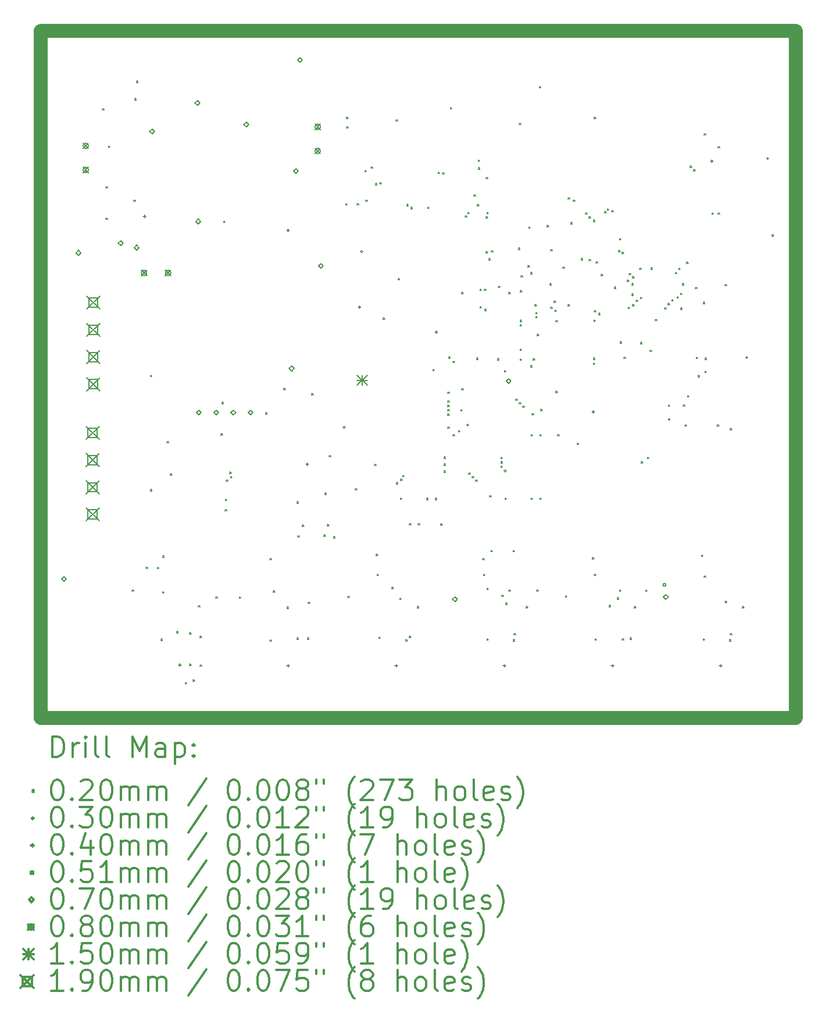
<source format=gbr>
%FSLAX45Y45*%
G04 Gerber Fmt 4.5, Leading zero omitted, Abs format (unit mm)*
G04 Created by KiCad (PCBNEW 4.0.6) date 09/04/17 18:40:54*
%MOMM*%
%LPD*%
G01*
G04 APERTURE LIST*
%ADD10C,0.127000*%
%ADD11C,2.000000*%
%ADD12C,0.200000*%
%ADD13C,0.300000*%
G04 APERTURE END LIST*
D10*
D11*
X20900000Y-15000000D02*
X20900000Y-5000000D01*
X9900000Y-15000000D02*
X20900000Y-15000000D01*
X9900000Y-5000000D02*
X9900000Y-15000000D01*
X20900000Y-5000000D02*
X9900000Y-5000000D01*
D12*
X10801400Y-6130750D02*
X10821400Y-6150750D01*
X10821400Y-6130750D02*
X10801400Y-6150750D01*
X10853600Y-7267400D02*
X10873600Y-7287400D01*
X10873600Y-7267400D02*
X10853600Y-7287400D01*
X10853600Y-7724600D02*
X10873600Y-7744600D01*
X10873600Y-7724600D02*
X10853600Y-7744600D01*
X10891700Y-6673100D02*
X10911700Y-6693100D01*
X10911700Y-6673100D02*
X10891700Y-6693100D01*
X11234600Y-13135800D02*
X11254600Y-13155800D01*
X11254600Y-13135800D02*
X11234600Y-13155800D01*
X11260001Y-7460500D02*
X11280001Y-7480500D01*
X11280001Y-7460500D02*
X11260001Y-7480500D01*
X11271300Y-5984700D02*
X11291300Y-6004700D01*
X11291300Y-5984700D02*
X11271300Y-6004700D01*
X11296700Y-5730700D02*
X11316700Y-5750700D01*
X11316700Y-5730700D02*
X11296700Y-5750700D01*
X11436400Y-12804600D02*
X11456400Y-12824600D01*
X11456400Y-12804600D02*
X11436400Y-12824600D01*
X11499900Y-10010600D02*
X11519900Y-10030600D01*
X11519900Y-10010600D02*
X11499900Y-10030600D01*
X11499900Y-11674300D02*
X11519900Y-11694300D01*
X11519900Y-11674300D02*
X11499900Y-11694300D01*
X11601500Y-12804600D02*
X11621500Y-12824600D01*
X11621500Y-12804600D02*
X11601500Y-12824600D01*
X11653700Y-13848600D02*
X11673700Y-13868600D01*
X11673700Y-13848600D02*
X11653700Y-13868600D01*
X11677700Y-12639500D02*
X11697700Y-12659500D01*
X11697700Y-12639500D02*
X11677700Y-12659500D01*
X11677700Y-13160200D02*
X11697700Y-13180200D01*
X11697700Y-13160200D02*
X11677700Y-13180200D01*
X11741200Y-10975800D02*
X11761200Y-10995800D01*
X11761200Y-10975800D02*
X11741200Y-10995800D01*
X11792000Y-11445700D02*
X11812000Y-11465700D01*
X11812000Y-11445700D02*
X11792000Y-11465700D01*
X11879760Y-13739828D02*
X11899760Y-13759828D01*
X11899760Y-13739828D02*
X11879760Y-13759828D01*
X12007900Y-14481000D02*
X12027900Y-14501000D01*
X12027900Y-14481000D02*
X12007900Y-14501000D01*
X12071400Y-13757100D02*
X12091400Y-13777100D01*
X12091400Y-13757100D02*
X12071400Y-13777100D01*
X12071400Y-14214300D02*
X12091400Y-14234300D01*
X12091400Y-14214300D02*
X12071400Y-14234300D01*
X12122201Y-14442900D02*
X12142201Y-14462900D01*
X12142201Y-14442900D02*
X12122201Y-14462900D01*
X12199800Y-13363400D02*
X12219800Y-13383400D01*
X12219800Y-13363400D02*
X12199800Y-13383400D01*
X12223800Y-13807900D02*
X12243800Y-13827900D01*
X12243800Y-13807900D02*
X12223800Y-13827900D01*
X12223800Y-14227000D02*
X12243800Y-14247000D01*
X12243800Y-14227000D02*
X12223800Y-14247000D01*
X12453800Y-13237400D02*
X12473800Y-13257400D01*
X12473800Y-13237400D02*
X12453800Y-13257400D01*
X12528600Y-10861500D02*
X12548600Y-10881500D01*
X12548600Y-10861500D02*
X12528600Y-10881500D01*
X12541300Y-10404300D02*
X12561300Y-10424300D01*
X12561300Y-10404300D02*
X12541300Y-10424300D01*
X12566700Y-7766000D02*
X12586700Y-7786000D01*
X12586700Y-7766000D02*
X12566700Y-7786000D01*
X12588739Y-11966400D02*
X12608739Y-11986400D01*
X12608739Y-11966400D02*
X12588739Y-11986400D01*
X12592100Y-11814000D02*
X12612100Y-11834000D01*
X12612100Y-11814000D02*
X12592100Y-11834000D01*
X12604800Y-11534600D02*
X12624800Y-11554600D01*
X12624800Y-11534600D02*
X12604800Y-11554600D01*
X12655600Y-11420300D02*
X12675600Y-11440300D01*
X12675600Y-11420300D02*
X12655600Y-11440300D01*
X12668300Y-11483800D02*
X12688300Y-11503800D01*
X12688300Y-11483800D02*
X12668300Y-11503800D01*
X12795300Y-13236400D02*
X12815300Y-13256400D01*
X12815300Y-13236400D02*
X12795300Y-13256400D01*
X13176300Y-10556700D02*
X13196300Y-10576700D01*
X13196300Y-10556700D02*
X13176300Y-10576700D01*
X13239800Y-12677600D02*
X13259800Y-12697600D01*
X13259800Y-12677600D02*
X13239800Y-12697600D01*
X13241200Y-13861300D02*
X13261200Y-13881300D01*
X13261200Y-13861300D02*
X13241200Y-13881300D01*
X13290600Y-13147500D02*
X13310600Y-13167500D01*
X13310600Y-13147500D02*
X13290600Y-13167500D01*
X13443000Y-10201100D02*
X13463000Y-10221100D01*
X13463000Y-10201100D02*
X13443000Y-10221100D01*
X13492660Y-13384228D02*
X13512660Y-13404228D01*
X13512660Y-13384228D02*
X13492660Y-13404228D01*
X13633500Y-11852100D02*
X13653500Y-11872100D01*
X13653500Y-11852100D02*
X13633500Y-11872100D01*
X13633500Y-13833300D02*
X13653500Y-13853300D01*
X13653500Y-13833300D02*
X13633500Y-13853300D01*
X13647600Y-12348400D02*
X13667600Y-12368400D01*
X13667600Y-12348400D02*
X13647600Y-12368400D01*
X13714224Y-12190476D02*
X13734224Y-12210476D01*
X13734224Y-12190476D02*
X13714224Y-12210476D01*
X13785900Y-13833300D02*
X13805900Y-13853300D01*
X13805900Y-13833300D02*
X13785900Y-13853300D01*
X13800000Y-13312600D02*
X13820000Y-13332600D01*
X13820000Y-13312600D02*
X13800000Y-13332600D01*
X13849400Y-10277300D02*
X13869400Y-10297300D01*
X13869400Y-10277300D02*
X13849400Y-10297300D01*
X14027200Y-12334700D02*
X14047200Y-12354700D01*
X14047200Y-12334700D02*
X14027200Y-12354700D01*
X14039900Y-11725100D02*
X14059900Y-11745100D01*
X14059900Y-11725100D02*
X14039900Y-11745100D01*
X14078000Y-12182300D02*
X14098000Y-12202300D01*
X14098000Y-12182300D02*
X14078000Y-12202300D01*
X14103400Y-11179000D02*
X14123400Y-11199000D01*
X14123400Y-11179000D02*
X14103400Y-11199000D01*
X14166900Y-12360100D02*
X14186900Y-12380100D01*
X14186900Y-12360100D02*
X14166900Y-12380100D01*
X14346100Y-7511300D02*
X14366100Y-7531300D01*
X14366100Y-7511300D02*
X14346100Y-7531300D01*
X14358800Y-6254000D02*
X14378800Y-6274000D01*
X14378800Y-6254000D02*
X14358800Y-6274000D01*
X14358800Y-6393700D02*
X14378800Y-6413700D01*
X14378800Y-6393700D02*
X14358800Y-6413700D01*
X14376450Y-13230050D02*
X14396450Y-13250050D01*
X14396450Y-13230050D02*
X14376450Y-13250050D01*
X14484400Y-11661600D02*
X14504400Y-11681600D01*
X14504400Y-11661600D02*
X14484400Y-11681600D01*
X14511200Y-7511300D02*
X14531200Y-7531300D01*
X14531200Y-7511300D02*
X14511200Y-7531300D01*
X14625500Y-7028700D02*
X14645500Y-7048700D01*
X14645500Y-7028700D02*
X14625500Y-7048700D01*
X14638200Y-7460500D02*
X14658200Y-7480500D01*
X14658200Y-7460500D02*
X14638200Y-7480500D01*
X14714400Y-6977900D02*
X14734400Y-6997900D01*
X14734400Y-6977900D02*
X14714400Y-6997900D01*
X14763800Y-11306000D02*
X14783800Y-11326000D01*
X14783800Y-11306000D02*
X14763800Y-11326000D01*
X14777900Y-7219200D02*
X14797900Y-7239200D01*
X14797900Y-7219200D02*
X14777900Y-7239200D01*
X14790601Y-12615100D02*
X14810601Y-12635100D01*
X14810601Y-12615100D02*
X14790601Y-12635100D01*
X14801900Y-12906200D02*
X14821900Y-12926200D01*
X14821900Y-12906200D02*
X14801900Y-12926200D01*
X14827300Y-13820600D02*
X14847300Y-13840600D01*
X14847300Y-13820600D02*
X14827300Y-13840600D01*
X14841400Y-7206500D02*
X14861400Y-7226500D01*
X14861400Y-7206500D02*
X14841400Y-7226500D01*
X14892200Y-9175000D02*
X14912200Y-9195000D01*
X14912200Y-9175000D02*
X14892200Y-9195000D01*
X15017800Y-13096700D02*
X15037800Y-13116700D01*
X15037800Y-13096700D02*
X15017800Y-13116700D01*
X15079800Y-6295600D02*
X15099800Y-6315600D01*
X15099800Y-6295600D02*
X15079800Y-6315600D01*
X15081300Y-11572700D02*
X15101300Y-11592700D01*
X15101300Y-11572700D02*
X15081300Y-11592700D01*
X15132100Y-13255450D02*
X15152100Y-13275450D01*
X15152100Y-13255450D02*
X15132100Y-13275450D01*
X15143660Y-11796728D02*
X15163660Y-11816728D01*
X15163660Y-11796728D02*
X15143660Y-11816728D01*
X15144800Y-11521900D02*
X15164800Y-11541900D01*
X15164800Y-11521900D02*
X15144800Y-11541900D01*
X15174033Y-11465350D02*
X15194033Y-11485350D01*
X15194033Y-11465350D02*
X15174033Y-11485350D01*
X15221000Y-13858700D02*
X15241000Y-13878700D01*
X15241000Y-13858700D02*
X15221000Y-13878700D01*
X15235100Y-7524000D02*
X15255100Y-7544000D01*
X15255100Y-7524000D02*
X15235100Y-7544000D01*
X15271800Y-12169600D02*
X15291800Y-12189600D01*
X15291800Y-12169600D02*
X15271800Y-12189600D01*
X15271800Y-13807900D02*
X15291800Y-13827900D01*
X15291800Y-13807900D02*
X15271800Y-13827900D01*
X15296697Y-7568762D02*
X15316697Y-7588762D01*
X15316697Y-7568762D02*
X15296697Y-7588762D01*
X15386100Y-13376100D02*
X15406100Y-13396100D01*
X15406100Y-13376100D02*
X15386100Y-13396100D01*
X15398799Y-12169600D02*
X15418799Y-12189600D01*
X15418799Y-12169600D02*
X15398799Y-12189600D01*
X15524660Y-11799804D02*
X15544660Y-11819804D01*
X15544660Y-11799804D02*
X15524660Y-11819804D01*
X15539900Y-7562100D02*
X15559900Y-7582100D01*
X15559900Y-7562100D02*
X15539900Y-7582100D01*
X15616100Y-9924300D02*
X15636100Y-9944300D01*
X15636100Y-9924300D02*
X15616100Y-9944300D01*
X15651660Y-11799804D02*
X15671660Y-11819804D01*
X15671660Y-11799804D02*
X15651660Y-11819804D01*
X15692300Y-7054100D02*
X15712300Y-7074100D01*
X15712300Y-7054100D02*
X15692300Y-7074100D01*
X15730401Y-12172200D02*
X15750401Y-12192200D01*
X15750401Y-12172200D02*
X15730401Y-12192200D01*
X15755193Y-7066193D02*
X15775193Y-7086193D01*
X15775193Y-7066193D02*
X15755193Y-7086193D01*
X15778660Y-11199828D02*
X15798660Y-11219828D01*
X15798660Y-11199828D02*
X15778660Y-11219828D01*
X15778660Y-11301428D02*
X15798660Y-11321428D01*
X15798660Y-11301428D02*
X15778660Y-11321428D01*
X15778660Y-11403028D02*
X15798660Y-11423028D01*
X15798660Y-11403028D02*
X15778660Y-11423028D01*
X15831998Y-10762500D02*
X15851998Y-10782500D01*
X15851998Y-10762500D02*
X15831998Y-10782500D01*
X15832000Y-10572000D02*
X15852000Y-10592000D01*
X15852000Y-10572000D02*
X15832000Y-10592000D01*
X15832000Y-10254500D02*
X15852000Y-10274500D01*
X15852000Y-10254500D02*
X15832000Y-10274500D01*
X15832000Y-10381499D02*
X15852000Y-10401499D01*
X15852000Y-10381499D02*
X15832000Y-10401499D01*
X15832000Y-10445000D02*
X15852000Y-10465000D01*
X15852000Y-10445000D02*
X15832000Y-10465000D01*
X15832000Y-10508500D02*
X15852000Y-10528500D01*
X15852000Y-10508500D02*
X15832000Y-10528500D01*
X15843300Y-9743900D02*
X15863300Y-9763900D01*
X15863300Y-9743900D02*
X15843300Y-9763900D01*
X15870100Y-6114300D02*
X15890100Y-6134300D01*
X15890100Y-6114300D02*
X15870100Y-6134300D01*
X15906800Y-10874200D02*
X15926800Y-10894200D01*
X15926800Y-10874200D02*
X15906800Y-10894200D01*
X15908200Y-9808400D02*
X15928200Y-9828400D01*
X15928200Y-9808400D02*
X15908200Y-9828400D01*
X15986354Y-10815134D02*
X16006354Y-10835134D01*
X16006354Y-10815134D02*
X15986354Y-10835134D01*
X16022501Y-10508500D02*
X16042501Y-10528500D01*
X16042501Y-10508500D02*
X16022501Y-10528500D01*
X16033800Y-8804100D02*
X16053800Y-8824100D01*
X16053800Y-8804100D02*
X16033800Y-8824100D01*
X16035200Y-10203700D02*
X16055200Y-10223700D01*
X16055200Y-10203700D02*
X16035200Y-10223700D01*
X16086000Y-7689100D02*
X16106000Y-7709100D01*
X16106000Y-7689100D02*
X16086000Y-7709100D01*
X16124100Y-7638300D02*
X16144100Y-7658300D01*
X16144100Y-7638300D02*
X16124100Y-7658300D01*
X16135400Y-11433000D02*
X16155400Y-11453000D01*
X16155400Y-11433000D02*
X16135400Y-11453000D01*
X16186200Y-11483800D02*
X16206200Y-11503800D01*
X16206200Y-11483800D02*
X16186200Y-11503800D01*
X16213000Y-7384300D02*
X16233000Y-7404300D01*
X16233000Y-7384300D02*
X16213000Y-7404300D01*
X16237000Y-11534600D02*
X16257000Y-11554600D01*
X16257000Y-11534600D02*
X16237000Y-11554600D01*
X16251100Y-9759200D02*
X16271100Y-9779200D01*
X16271100Y-9759200D02*
X16251100Y-9779200D01*
X16263800Y-7524000D02*
X16283800Y-7544000D01*
X16283800Y-7524000D02*
X16263800Y-7544000D01*
X16276499Y-6876300D02*
X16296499Y-6896300D01*
X16296499Y-6876300D02*
X16276499Y-6896300D01*
X16276500Y-6990600D02*
X16296500Y-7010600D01*
X16296500Y-6990600D02*
X16276500Y-7010600D01*
X16301900Y-8755900D02*
X16321900Y-8775900D01*
X16321900Y-8755900D02*
X16301900Y-8775900D01*
X16301900Y-9009900D02*
X16321900Y-9029900D01*
X16321900Y-9009900D02*
X16301900Y-9029900D01*
X16338600Y-12677600D02*
X16358600Y-12697600D01*
X16358600Y-12677600D02*
X16338600Y-12697600D01*
X16351300Y-12907150D02*
X16371300Y-12927150D01*
X16371300Y-12907150D02*
X16351300Y-12927150D01*
X16365400Y-8755900D02*
X16385400Y-8775900D01*
X16385400Y-8755900D02*
X16365400Y-8775900D01*
X16365400Y-8755900D02*
X16385400Y-8775900D01*
X16385400Y-8755900D02*
X16365400Y-8775900D01*
X16367301Y-9048000D02*
X16387301Y-9068000D01*
X16387301Y-9048000D02*
X16367301Y-9068000D01*
X16390648Y-7703701D02*
X16410648Y-7723701D01*
X16410648Y-7703701D02*
X16390648Y-7723701D01*
X16390800Y-7130300D02*
X16410800Y-7150300D01*
X16410800Y-7130300D02*
X16390800Y-7150300D01*
X16390800Y-8209800D02*
X16410800Y-8229800D01*
X16410800Y-8209800D02*
X16390800Y-8229800D01*
X16402100Y-13109400D02*
X16422100Y-13129400D01*
X16422100Y-13109400D02*
X16402100Y-13129400D01*
X16402100Y-13846000D02*
X16422100Y-13866000D01*
X16422100Y-13846000D02*
X16402100Y-13866000D01*
X16403500Y-7638300D02*
X16423500Y-7658300D01*
X16423500Y-7638300D02*
X16403500Y-7658300D01*
X16428900Y-8311400D02*
X16448900Y-8331400D01*
X16448900Y-8311400D02*
X16428900Y-8331400D01*
X16440200Y-11763200D02*
X16460200Y-11783200D01*
X16460200Y-11763200D02*
X16440200Y-11783200D01*
X16464460Y-12558728D02*
X16484460Y-12578728D01*
X16484460Y-12558728D02*
X16464460Y-12578728D01*
X16467000Y-8197100D02*
X16487000Y-8217100D01*
X16487000Y-8197100D02*
X16467000Y-8217100D01*
X16554500Y-9769300D02*
X16574500Y-9789300D01*
X16574500Y-9769300D02*
X16554500Y-9789300D01*
X16567200Y-8715200D02*
X16587200Y-8735200D01*
X16587200Y-8715200D02*
X16567200Y-8735200D01*
X16605300Y-11204400D02*
X16625300Y-11224400D01*
X16625300Y-11204400D02*
X16605300Y-11224400D01*
X16605300Y-11267900D02*
X16625300Y-11287900D01*
X16625300Y-11267900D02*
X16605300Y-11287900D01*
X16605300Y-11331400D02*
X16625300Y-11351400D01*
X16625300Y-11331400D02*
X16605300Y-11351400D01*
X16618000Y-13211000D02*
X16638000Y-13231000D01*
X16638000Y-13211000D02*
X16618000Y-13231000D01*
X16657500Y-9941761D02*
X16677500Y-9961761D01*
X16677500Y-9941761D02*
X16657500Y-9961761D01*
X16667660Y-11796728D02*
X16687660Y-11816728D01*
X16687660Y-11796728D02*
X16667660Y-11816728D01*
X16675150Y-13325300D02*
X16695150Y-13345300D01*
X16695150Y-13325300D02*
X16675150Y-13345300D01*
X16719600Y-8804100D02*
X16739600Y-8824100D01*
X16739600Y-8804100D02*
X16719600Y-8824100D01*
X16719600Y-13134800D02*
X16739600Y-13154800D01*
X16739600Y-13134800D02*
X16719600Y-13154800D01*
X16781960Y-12558728D02*
X16801960Y-12578728D01*
X16801960Y-12558728D02*
X16781960Y-12578728D01*
X16783100Y-13858700D02*
X16803100Y-13878700D01*
X16803100Y-13858700D02*
X16783100Y-13878700D01*
X16795800Y-13769800D02*
X16815800Y-13789800D01*
X16815800Y-13769800D02*
X16795800Y-13789800D01*
X16822600Y-10356100D02*
X16842600Y-10376100D01*
X16842600Y-10356100D02*
X16822600Y-10376100D01*
X16859679Y-8159000D02*
X16879679Y-8179000D01*
X16879679Y-8159000D02*
X16859679Y-8179000D01*
X16873400Y-6342900D02*
X16893400Y-6362900D01*
X16893400Y-6342900D02*
X16873400Y-6362900D01*
X16873400Y-10406900D02*
X16893400Y-10426900D01*
X16893400Y-10406900D02*
X16873400Y-10426900D01*
X16884615Y-9275901D02*
X16904615Y-9295901D01*
X16904615Y-9275901D02*
X16884615Y-9295901D01*
X16884700Y-9629600D02*
X16904700Y-9649600D01*
X16904700Y-9629600D02*
X16884700Y-9649600D01*
X16884701Y-9210500D02*
X16904701Y-9230500D01*
X16904701Y-9210500D02*
X16884701Y-9230500D01*
X16886100Y-9771900D02*
X16906100Y-9791900D01*
X16906100Y-9771900D02*
X16886100Y-9791900D01*
X16889320Y-8778700D02*
X16909320Y-8798700D01*
X16909320Y-8778700D02*
X16889320Y-8798700D01*
X16897400Y-8562800D02*
X16917400Y-8582800D01*
X16917400Y-8562800D02*
X16897400Y-8582800D01*
X16924200Y-10457700D02*
X16944200Y-10477700D01*
X16944200Y-10457700D02*
X16924200Y-10477700D01*
X16973600Y-13376100D02*
X16993600Y-13396100D01*
X16993600Y-13376100D02*
X16973600Y-13396100D01*
X16999000Y-8412940D02*
X17019000Y-8432940D01*
X17019000Y-8412940D02*
X16999000Y-8432940D01*
X17011700Y-7851600D02*
X17031700Y-7871600D01*
X17031700Y-7851600D02*
X17011700Y-7871600D01*
X17038500Y-9871900D02*
X17058500Y-9891900D01*
X17058500Y-9871900D02*
X17038500Y-9891900D01*
X17039640Y-8517080D02*
X17059640Y-8537080D01*
X17059640Y-8517080D02*
X17039640Y-8537080D01*
X17047884Y-10872704D02*
X17067884Y-10892704D01*
X17067884Y-10872704D02*
X17047884Y-10892704D01*
X17048660Y-11796728D02*
X17068660Y-11816728D01*
X17068660Y-11796728D02*
X17048660Y-11816728D01*
X17060584Y-10567904D02*
X17080584Y-10587904D01*
X17080584Y-10567904D02*
X17060584Y-10587904D01*
X17076600Y-9770300D02*
X17096600Y-9790300D01*
X17096600Y-9770300D02*
X17076600Y-9790300D01*
X17102000Y-8982898D02*
X17122000Y-9002898D01*
X17122000Y-8982898D02*
X17102000Y-9002898D01*
X17113300Y-9096200D02*
X17133300Y-9116200D01*
X17133300Y-9096200D02*
X17113300Y-9116200D01*
X17113300Y-9157668D02*
X17133300Y-9177668D01*
X17133300Y-9157668D02*
X17113300Y-9177668D01*
X17126000Y-13134800D02*
X17146000Y-13154800D01*
X17146000Y-13134800D02*
X17126000Y-13154800D01*
X17136784Y-9412204D02*
X17156784Y-9432204D01*
X17156784Y-9412204D02*
X17136784Y-9432204D01*
X17174884Y-10872704D02*
X17194884Y-10892704D01*
X17194884Y-10872704D02*
X17174884Y-10892704D01*
X17175660Y-11796728D02*
X17195660Y-11816728D01*
X17195660Y-11796728D02*
X17175660Y-11816728D01*
X17187584Y-10504404D02*
X17207584Y-10524404D01*
X17207584Y-10504404D02*
X17187584Y-10524404D01*
X17279800Y-7828800D02*
X17299800Y-7848800D01*
X17299800Y-7828800D02*
X17279800Y-7848800D01*
X17316500Y-8677100D02*
X17336500Y-8697100D01*
X17336500Y-8677100D02*
X17316500Y-8697100D01*
X17329200Y-9020000D02*
X17349200Y-9040000D01*
X17349200Y-9020000D02*
X17329200Y-9040000D01*
X17329604Y-8181804D02*
X17349604Y-8201804D01*
X17349604Y-8181804D02*
X17329604Y-8201804D01*
X17381400Y-8932100D02*
X17401400Y-8952100D01*
X17401400Y-8932100D02*
X17381400Y-8952100D01*
X17394100Y-9060700D02*
X17414100Y-9080700D01*
X17414100Y-9060700D02*
X17394100Y-9080700D01*
X17406800Y-9213100D02*
X17426800Y-9233100D01*
X17426800Y-9213100D02*
X17406800Y-9233100D01*
X17406800Y-10241800D02*
X17426800Y-10261800D01*
X17426800Y-10241800D02*
X17406800Y-10261800D01*
X17430800Y-10874200D02*
X17450800Y-10894200D01*
X17450800Y-10874200D02*
X17430800Y-10894200D01*
X17507001Y-8435800D02*
X17527001Y-8455800D01*
X17527001Y-8435800D02*
X17507001Y-8455800D01*
X17545100Y-13217350D02*
X17565100Y-13237350D01*
X17565100Y-13217350D02*
X17545100Y-13237350D01*
X17583200Y-8981900D02*
X17603200Y-9001900D01*
X17603200Y-8981900D02*
X17583200Y-9001900D01*
X17584601Y-7430339D02*
X17604601Y-7450339D01*
X17604601Y-7430339D02*
X17584601Y-7450339D01*
X17621300Y-7788100D02*
X17641300Y-7808100D01*
X17641300Y-7788100D02*
X17621300Y-7808100D01*
X17660800Y-7460500D02*
X17680800Y-7480500D01*
X17680800Y-7460500D02*
X17660800Y-7480500D01*
X17775100Y-8311400D02*
X17795100Y-8331400D01*
X17795100Y-8311400D02*
X17775100Y-8331400D01*
X17838600Y-7646239D02*
X17858600Y-7666239D01*
X17858600Y-7646239D02*
X17838600Y-7666239D01*
X17889400Y-7701800D02*
X17909400Y-7721800D01*
X17909400Y-7701800D02*
X17889400Y-7721800D01*
X17889400Y-8324100D02*
X17909400Y-8344100D01*
X17909400Y-8324100D02*
X17889400Y-8344100D01*
X17938800Y-12664900D02*
X17958800Y-12684900D01*
X17958800Y-12664900D02*
X17938800Y-12684900D01*
X17951500Y-9832800D02*
X17971500Y-9852800D01*
X17971500Y-9832800D02*
X17951500Y-9852800D01*
X17952899Y-7752600D02*
X17972899Y-7772600D01*
X17972899Y-7752600D02*
X17952899Y-7772600D01*
X17952900Y-9759200D02*
X17972900Y-9779200D01*
X17972900Y-9759200D02*
X17952900Y-9779200D01*
X17959484Y-9205784D02*
X17979484Y-9225784D01*
X17979484Y-9205784D02*
X17959484Y-9225784D01*
X17964200Y-9070799D02*
X17984200Y-9090799D01*
X17984200Y-9070799D02*
X17964200Y-9090799D01*
X17964200Y-12906200D02*
X17984200Y-12926200D01*
X17984200Y-12906200D02*
X17964200Y-12926200D01*
X17965600Y-6254000D02*
X17985600Y-6274000D01*
X17985600Y-6254000D02*
X17965600Y-6274000D01*
X17976900Y-13846000D02*
X17996900Y-13866000D01*
X17996900Y-13846000D02*
X17976900Y-13866000D01*
X17989600Y-8359600D02*
X18009600Y-8379600D01*
X18009600Y-8359600D02*
X17989600Y-8379600D01*
X18027700Y-9108900D02*
X18047700Y-9128900D01*
X18047700Y-9108900D02*
X18027700Y-9128900D01*
X18067200Y-8540000D02*
X18087200Y-8560000D01*
X18087200Y-8540000D02*
X18067200Y-8560000D01*
X18117999Y-7625600D02*
X18137999Y-7645600D01*
X18137999Y-7625600D02*
X18117999Y-7645600D01*
X18156100Y-7587500D02*
X18176100Y-7607500D01*
X18176100Y-7587500D02*
X18156100Y-7607500D01*
X18178960Y-13358828D02*
X18198960Y-13378828D01*
X18198960Y-13358828D02*
X18178960Y-13378828D01*
X18219600Y-7612900D02*
X18239600Y-7632900D01*
X18239600Y-7612900D02*
X18219600Y-7632900D01*
X18256300Y-8727900D02*
X18276300Y-8747900D01*
X18276300Y-8727900D02*
X18256300Y-8747900D01*
X18300750Y-13249100D02*
X18320750Y-13269100D01*
X18320750Y-13249100D02*
X18300750Y-13269100D01*
X18319800Y-8194500D02*
X18339800Y-8214500D01*
X18339800Y-8194500D02*
X18319800Y-8214500D01*
X18332500Y-13134800D02*
X18352500Y-13154800D01*
X18352500Y-13134800D02*
X18332500Y-13154800D01*
X18333900Y-8019300D02*
X18353900Y-8039300D01*
X18353900Y-8019300D02*
X18333900Y-8039300D01*
X18343580Y-9524184D02*
X18363580Y-9544184D01*
X18363580Y-9524184D02*
X18343580Y-9544184D01*
X18370600Y-8219900D02*
X18390600Y-8239900D01*
X18390600Y-8219900D02*
X18370600Y-8239900D01*
X18370600Y-13846000D02*
X18390600Y-13866000D01*
X18390600Y-13846000D02*
X18370600Y-13866000D01*
X18397400Y-9746500D02*
X18417400Y-9766500D01*
X18417400Y-9746500D02*
X18397400Y-9766500D01*
X18446800Y-8626804D02*
X18466800Y-8646804D01*
X18466800Y-8626804D02*
X18446800Y-8646804D01*
X18459500Y-9022205D02*
X18479500Y-9042205D01*
X18479500Y-9022205D02*
X18459500Y-9042205D01*
X18472911Y-8529197D02*
X18492911Y-8549197D01*
X18492911Y-8529197D02*
X18472911Y-8549197D01*
X18484900Y-13833300D02*
X18504900Y-13853300D01*
X18504900Y-13833300D02*
X18484900Y-13853300D01*
X18510300Y-8677100D02*
X18530300Y-8697100D01*
X18530300Y-8677100D02*
X18510300Y-8697100D01*
X18510300Y-8829500D02*
X18530300Y-8849500D01*
X18530300Y-8829500D02*
X18510300Y-8849500D01*
X18523000Y-8575500D02*
X18543000Y-8595500D01*
X18543000Y-8575500D02*
X18523000Y-8595500D01*
X18523000Y-8981900D02*
X18543000Y-9001900D01*
X18543000Y-8981900D02*
X18523000Y-9001900D01*
X18548400Y-13376100D02*
X18568400Y-13396100D01*
X18568400Y-13376100D02*
X18548400Y-13396100D01*
X18573800Y-8919665D02*
X18593800Y-8939665D01*
X18593800Y-8919665D02*
X18573800Y-8939665D01*
X18626000Y-8451100D02*
X18646000Y-8471100D01*
X18646000Y-8451100D02*
X18626000Y-8471100D01*
X18637300Y-8873000D02*
X18657300Y-8893000D01*
X18657300Y-8873000D02*
X18637300Y-8893000D01*
X18638700Y-9530600D02*
X18658700Y-9550600D01*
X18658700Y-9530600D02*
X18638700Y-9550600D01*
X18650000Y-11267900D02*
X18670000Y-11287900D01*
X18670000Y-11267900D02*
X18650000Y-11287900D01*
X18713500Y-13134800D02*
X18733500Y-13154800D01*
X18733500Y-13134800D02*
X18713500Y-13154800D01*
X18738900Y-11204399D02*
X18758900Y-11224399D01*
X18758900Y-11204399D02*
X18738900Y-11224399D01*
X18778400Y-9644900D02*
X18798400Y-9664900D01*
X18798400Y-9644900D02*
X18778400Y-9664900D01*
X18789700Y-8448500D02*
X18809700Y-8468500D01*
X18809700Y-8448500D02*
X18789700Y-8468500D01*
X18853200Y-9197800D02*
X18873200Y-9217800D01*
X18873200Y-9197800D02*
X18853200Y-9217800D01*
X18990450Y-9027301D02*
X19010450Y-9047301D01*
X19010450Y-9027301D02*
X18990450Y-9047301D01*
X19041985Y-8965066D02*
X19061985Y-8985066D01*
X19061985Y-8965066D02*
X19041985Y-8985066D01*
X19046684Y-10439416D02*
X19066684Y-10459416D01*
X19066684Y-10439416D02*
X19046684Y-10459416D01*
X19094500Y-8910461D02*
X19114500Y-8930461D01*
X19114500Y-8910461D02*
X19094500Y-8930461D01*
X19145300Y-8512000D02*
X19165300Y-8532000D01*
X19165300Y-8512000D02*
X19145300Y-8532000D01*
X19170700Y-8867600D02*
X19190700Y-8887600D01*
X19190700Y-8867600D02*
X19170700Y-8887600D01*
X19197500Y-8451100D02*
X19217500Y-8471100D01*
X19217500Y-8451100D02*
X19197500Y-8471100D01*
X19221500Y-9032700D02*
X19241500Y-9052700D01*
X19241500Y-9032700D02*
X19221500Y-9052700D01*
X19221500Y-8816800D02*
X19241500Y-8836800D01*
X19241500Y-8816800D02*
X19221500Y-8836800D01*
X19246900Y-8677100D02*
X19266900Y-8697100D01*
X19266900Y-8677100D02*
X19246900Y-8697100D01*
X19261001Y-10443400D02*
X19281001Y-10463400D01*
X19281001Y-10443400D02*
X19261001Y-10463400D01*
X19311800Y-8362200D02*
X19331800Y-8382200D01*
X19331800Y-8362200D02*
X19311800Y-8382200D01*
X19324500Y-10305300D02*
X19344500Y-10325300D01*
X19344500Y-10305300D02*
X19324500Y-10325300D01*
X19362600Y-6965200D02*
X19382600Y-6985200D01*
X19382600Y-6965200D02*
X19362600Y-6985200D01*
X19413400Y-7016000D02*
X19433400Y-7036000D01*
X19433400Y-7016000D02*
X19413400Y-7036000D01*
X19438800Y-8730500D02*
X19458800Y-8750500D01*
X19458800Y-8730500D02*
X19438800Y-8750500D01*
X19451500Y-9746500D02*
X19471500Y-9766500D01*
X19471500Y-9746500D02*
X19451500Y-9766500D01*
X19476900Y-10013200D02*
X19496900Y-10033200D01*
X19496900Y-10013200D02*
X19476900Y-10033200D01*
X19526300Y-12626800D02*
X19546300Y-12646800D01*
X19546300Y-12626800D02*
X19526300Y-12646800D01*
X19551700Y-13846000D02*
X19571700Y-13866000D01*
X19571700Y-13846000D02*
X19551700Y-13866000D01*
X19553100Y-8946400D02*
X19573100Y-8966400D01*
X19573100Y-8946400D02*
X19553100Y-8966400D01*
X19564400Y-12931600D02*
X19584400Y-12951600D01*
X19584400Y-12931600D02*
X19564400Y-12951600D01*
X19565800Y-6495300D02*
X19585800Y-6515300D01*
X19585800Y-6495300D02*
X19565800Y-6515300D01*
X19578500Y-9759200D02*
X19598500Y-9779200D01*
X19598500Y-9759200D02*
X19578500Y-9779200D01*
X19578500Y-9949700D02*
X19598500Y-9969700D01*
X19598500Y-9949700D02*
X19578500Y-9969700D01*
X19678700Y-7648400D02*
X19698700Y-7668400D01*
X19698700Y-7648400D02*
X19678700Y-7668400D01*
X19767599Y-6683200D02*
X19787599Y-6703200D01*
X19787599Y-6683200D02*
X19767599Y-6703200D01*
X19767600Y-7648400D02*
X19787600Y-7668400D01*
X19787600Y-7648400D02*
X19767600Y-7668400D01*
X19869200Y-8689800D02*
X19889200Y-8709800D01*
X19889200Y-8689800D02*
X19869200Y-8709800D01*
X19932700Y-13858700D02*
X19952700Y-13878700D01*
X19952700Y-13858700D02*
X19932700Y-13878700D01*
X19945400Y-13769800D02*
X19965400Y-13789800D01*
X19965400Y-13769800D02*
X19945400Y-13789800D01*
X19946800Y-10786300D02*
X19966800Y-10806300D01*
X19966800Y-10786300D02*
X19946800Y-10806300D01*
X20123200Y-13376100D02*
X20143200Y-13396100D01*
X20143200Y-13376100D02*
X20123200Y-13396100D01*
X20556400Y-7966900D02*
X20576400Y-7986900D01*
X20576400Y-7966900D02*
X20556400Y-7986900D01*
X13520200Y-7902300D02*
G75*
G03X13520200Y-7902300I-15000J0D01*
G01*
X13798200Y-11307626D02*
G75*
G03X13798200Y-11307626I-15000J0D01*
G01*
X14335926Y-10769900D02*
G75*
G03X14335926Y-10769900I-15000J0D01*
G01*
X14561600Y-9019900D02*
G75*
G03X14561600Y-9019900I-15000J0D01*
G01*
X14591600Y-8211700D02*
G75*
G03X14591600Y-8211700I-15000J0D01*
G01*
X15133100Y-8613500D02*
G75*
G03X15133100Y-8613500I-15000J0D01*
G01*
X15677800Y-9385600D02*
G75*
G03X15677800Y-9385600I-15000J0D01*
G01*
X16136399Y-10734400D02*
G75*
G03X16136399Y-10734400I-15000J0D01*
G01*
X16681100Y-11404900D02*
G75*
G03X16681100Y-11404900I-15000J0D01*
G01*
X17190500Y-5819500D02*
G75*
G03X17190500Y-5819500I-15000J0D01*
G01*
X17739800Y-11011200D02*
G75*
G03X17739800Y-11011200I-15000J0D01*
G01*
X17965200Y-10543900D02*
G75*
G03X17965200Y-10543900I-15000J0D01*
G01*
X19068700Y-10655600D02*
G75*
G03X19068700Y-10655600I-15000J0D01*
G01*
X19310000Y-10744500D02*
G75*
G03X19310000Y-10744500I-15000J0D01*
G01*
X19691000Y-6896400D02*
G75*
G03X19691000Y-6896400I-15000J0D01*
G01*
X19781299Y-10745500D02*
G75*
G03X19781299Y-10745500I-15000J0D01*
G01*
X19895600Y-13311300D02*
G75*
G03X19895600Y-13311300I-15000J0D01*
G01*
X20200400Y-9754900D02*
G75*
G03X20200400Y-9754900I-15000J0D01*
G01*
X20503800Y-6858300D02*
G75*
G03X20503800Y-6858300I-15000J0D01*
G01*
X11415920Y-7676500D02*
X11415920Y-7716500D01*
X11395920Y-7696500D02*
X11435920Y-7696500D01*
X11929000Y-14204301D02*
X11929000Y-14244301D01*
X11909000Y-14224301D02*
X11949000Y-14224301D01*
X13505200Y-14217000D02*
X13505200Y-14257000D01*
X13485200Y-14237000D02*
X13525200Y-14237000D01*
X15080000Y-14217000D02*
X15080000Y-14257000D01*
X15060000Y-14237000D02*
X15100000Y-14237000D01*
X16654800Y-14217000D02*
X16654800Y-14257000D01*
X16634800Y-14237000D02*
X16674800Y-14237000D01*
X18229600Y-14217000D02*
X18229600Y-14257000D01*
X18209600Y-14237000D02*
X18249600Y-14237000D01*
X19804400Y-14217000D02*
X19804400Y-14257000D01*
X19784400Y-14237000D02*
X19824400Y-14237000D01*
X19008161Y-13080211D02*
X19008161Y-13044289D01*
X18972239Y-13044289D01*
X18972239Y-13080211D01*
X19008161Y-13080211D01*
X10241300Y-13012332D02*
X10276300Y-12977332D01*
X10241300Y-12942332D01*
X10206300Y-12977332D01*
X10241300Y-13012332D01*
X10455800Y-8264900D02*
X10490800Y-8229900D01*
X10455800Y-8194900D01*
X10420800Y-8229900D01*
X10455800Y-8264900D01*
X11066800Y-8125200D02*
X11101800Y-8090200D01*
X11066800Y-8055200D01*
X11031800Y-8090200D01*
X11066800Y-8125200D01*
X11296540Y-8188700D02*
X11331540Y-8153700D01*
X11296540Y-8118700D01*
X11261540Y-8153700D01*
X11296540Y-8188700D01*
X11524000Y-6499600D02*
X11559000Y-6464600D01*
X11524000Y-6429600D01*
X11489000Y-6464600D01*
X11524000Y-6499600D01*
X12184400Y-6087061D02*
X12219400Y-6052061D01*
X12184400Y-6017061D01*
X12149400Y-6052061D01*
X12184400Y-6087061D01*
X12200000Y-7807700D02*
X12235000Y-7772700D01*
X12200000Y-7737700D01*
X12165000Y-7772700D01*
X12200000Y-7807700D01*
X12208400Y-10589000D02*
X12243400Y-10554000D01*
X12208400Y-10519000D01*
X12173400Y-10554000D01*
X12208400Y-10589000D01*
X12458400Y-10589000D02*
X12493400Y-10554000D01*
X12458400Y-10519000D01*
X12423400Y-10554000D01*
X12458400Y-10589000D01*
X12708400Y-10589000D02*
X12743400Y-10554000D01*
X12708400Y-10519000D01*
X12673400Y-10554000D01*
X12708400Y-10589000D01*
X12895600Y-6398000D02*
X12930600Y-6363000D01*
X12895600Y-6328000D01*
X12860600Y-6363000D01*
X12895600Y-6398000D01*
X12958400Y-10589000D02*
X12993400Y-10554000D01*
X12958400Y-10519000D01*
X12923400Y-10554000D01*
X12958400Y-10589000D01*
X13556000Y-9948400D02*
X13591000Y-9913400D01*
X13556000Y-9878400D01*
X13521000Y-9913400D01*
X13556000Y-9948400D01*
X13619500Y-7073700D02*
X13654500Y-7038700D01*
X13619500Y-7003700D01*
X13584500Y-7038700D01*
X13619500Y-7073700D01*
X13681600Y-5458200D02*
X13716600Y-5423200D01*
X13681600Y-5388200D01*
X13646600Y-5423200D01*
X13681600Y-5458200D01*
X13986400Y-8455400D02*
X14021400Y-8420400D01*
X13986400Y-8385400D01*
X13951400Y-8420400D01*
X13986400Y-8455400D01*
X15935850Y-13306800D02*
X15970850Y-13271800D01*
X15935850Y-13236800D01*
X15900850Y-13271800D01*
X15935850Y-13306800D01*
X16718300Y-10132800D02*
X16753300Y-10097800D01*
X16718300Y-10062800D01*
X16683300Y-10097800D01*
X16718300Y-10132800D01*
X19008258Y-13275099D02*
X19043258Y-13240099D01*
X19008258Y-13205099D01*
X18973258Y-13240099D01*
X19008258Y-13275099D01*
X10518800Y-6633400D02*
X10598800Y-6713400D01*
X10598800Y-6633400D02*
X10518800Y-6713400D01*
X10598800Y-6673400D02*
G75*
G03X10598800Y-6673400I-40000J0D01*
G01*
X10518800Y-6983400D02*
X10598800Y-7063400D01*
X10598800Y-6983400D02*
X10518800Y-7063400D01*
X10598800Y-7023400D02*
G75*
G03X10598800Y-7023400I-40000J0D01*
G01*
X11368300Y-8482000D02*
X11448300Y-8562000D01*
X11448300Y-8482000D02*
X11368300Y-8562000D01*
X11448300Y-8522000D02*
G75*
G03X11448300Y-8522000I-40000J0D01*
G01*
X11718300Y-8482000D02*
X11798300Y-8562000D01*
X11798300Y-8482000D02*
X11718300Y-8562000D01*
X11798300Y-8522000D02*
G75*
G03X11798300Y-8522000I-40000J0D01*
G01*
X13897000Y-6356600D02*
X13977000Y-6436600D01*
X13977000Y-6356600D02*
X13897000Y-6436600D01*
X13977000Y-6396600D02*
G75*
G03X13977000Y-6396600I-40000J0D01*
G01*
X13897000Y-6706600D02*
X13977000Y-6786600D01*
X13977000Y-6706600D02*
X13897000Y-6786600D01*
X13977000Y-6746600D02*
G75*
G03X13977000Y-6746600I-40000J0D01*
G01*
X14508300Y-10009100D02*
X14658300Y-10159100D01*
X14658300Y-10009100D02*
X14508300Y-10159100D01*
X14583300Y-10009100D02*
X14583300Y-10159100D01*
X14508300Y-10084100D02*
X14658300Y-10084100D01*
X10564000Y-10754000D02*
X10754000Y-10944000D01*
X10754000Y-10754000D02*
X10564000Y-10944000D01*
X10726176Y-10916176D02*
X10726176Y-10781824D01*
X10591824Y-10781824D01*
X10591824Y-10916176D01*
X10726176Y-10916176D01*
X10564000Y-11150000D02*
X10754000Y-11340000D01*
X10754000Y-11150000D02*
X10564000Y-11340000D01*
X10726176Y-11312176D02*
X10726176Y-11177824D01*
X10591824Y-11177824D01*
X10591824Y-11312176D01*
X10726176Y-11312176D01*
X10564000Y-11546000D02*
X10754000Y-11736000D01*
X10754000Y-11546000D02*
X10564000Y-11736000D01*
X10726176Y-11708176D02*
X10726176Y-11573824D01*
X10591824Y-11573824D01*
X10591824Y-11708176D01*
X10726176Y-11708176D01*
X10564000Y-11942000D02*
X10754000Y-12132000D01*
X10754000Y-11942000D02*
X10564000Y-12132000D01*
X10726176Y-12104176D02*
X10726176Y-11969824D01*
X10591824Y-11969824D01*
X10591824Y-12104176D01*
X10726176Y-12104176D01*
X10573800Y-8858800D02*
X10763800Y-9048800D01*
X10763800Y-8858800D02*
X10573800Y-9048800D01*
X10735976Y-9020976D02*
X10735976Y-8886624D01*
X10601624Y-8886624D01*
X10601624Y-9020976D01*
X10735976Y-9020976D01*
X10573800Y-9254800D02*
X10763800Y-9444800D01*
X10763800Y-9254800D02*
X10573800Y-9444800D01*
X10735976Y-9416976D02*
X10735976Y-9282624D01*
X10601624Y-9282624D01*
X10601624Y-9416976D01*
X10735976Y-9416976D01*
X10573800Y-9650800D02*
X10763800Y-9840800D01*
X10763800Y-9650800D02*
X10573800Y-9840800D01*
X10735976Y-9812976D02*
X10735976Y-9678624D01*
X10601624Y-9678624D01*
X10601624Y-9812976D01*
X10735976Y-9812976D01*
X10573800Y-10046800D02*
X10763800Y-10236800D01*
X10763800Y-10046800D02*
X10573800Y-10236800D01*
X10735976Y-10208976D02*
X10735976Y-10074624D01*
X10601624Y-10074624D01*
X10601624Y-10208976D01*
X10735976Y-10208976D01*
D13*
X10071429Y-15565714D02*
X10071429Y-15265714D01*
X10142857Y-15265714D01*
X10185714Y-15280000D01*
X10214286Y-15308571D01*
X10228571Y-15337143D01*
X10242857Y-15394286D01*
X10242857Y-15437143D01*
X10228571Y-15494286D01*
X10214286Y-15522857D01*
X10185714Y-15551429D01*
X10142857Y-15565714D01*
X10071429Y-15565714D01*
X10371429Y-15565714D02*
X10371429Y-15365714D01*
X10371429Y-15422857D02*
X10385714Y-15394286D01*
X10400000Y-15380000D01*
X10428571Y-15365714D01*
X10457143Y-15365714D01*
X10557143Y-15565714D02*
X10557143Y-15365714D01*
X10557143Y-15265714D02*
X10542857Y-15280000D01*
X10557143Y-15294286D01*
X10571429Y-15280000D01*
X10557143Y-15265714D01*
X10557143Y-15294286D01*
X10742857Y-15565714D02*
X10714286Y-15551429D01*
X10700000Y-15522857D01*
X10700000Y-15265714D01*
X10900000Y-15565714D02*
X10871429Y-15551429D01*
X10857143Y-15522857D01*
X10857143Y-15265714D01*
X11242857Y-15565714D02*
X11242857Y-15265714D01*
X11342857Y-15480000D01*
X11442857Y-15265714D01*
X11442857Y-15565714D01*
X11714286Y-15565714D02*
X11714286Y-15408571D01*
X11700000Y-15380000D01*
X11671428Y-15365714D01*
X11614286Y-15365714D01*
X11585714Y-15380000D01*
X11714286Y-15551429D02*
X11685714Y-15565714D01*
X11614286Y-15565714D01*
X11585714Y-15551429D01*
X11571428Y-15522857D01*
X11571428Y-15494286D01*
X11585714Y-15465714D01*
X11614286Y-15451429D01*
X11685714Y-15451429D01*
X11714286Y-15437143D01*
X11857143Y-15365714D02*
X11857143Y-15665714D01*
X11857143Y-15380000D02*
X11885714Y-15365714D01*
X11942857Y-15365714D01*
X11971428Y-15380000D01*
X11985714Y-15394286D01*
X12000000Y-15422857D01*
X12000000Y-15508571D01*
X11985714Y-15537143D01*
X11971428Y-15551429D01*
X11942857Y-15565714D01*
X11885714Y-15565714D01*
X11857143Y-15551429D01*
X12128571Y-15537143D02*
X12142857Y-15551429D01*
X12128571Y-15565714D01*
X12114286Y-15551429D01*
X12128571Y-15537143D01*
X12128571Y-15565714D01*
X12128571Y-15380000D02*
X12142857Y-15394286D01*
X12128571Y-15408571D01*
X12114286Y-15394286D01*
X12128571Y-15380000D01*
X12128571Y-15408571D01*
X9780000Y-16050000D02*
X9800000Y-16070000D01*
X9800000Y-16050000D02*
X9780000Y-16070000D01*
X10128571Y-15895714D02*
X10157143Y-15895714D01*
X10185714Y-15910000D01*
X10200000Y-15924286D01*
X10214286Y-15952857D01*
X10228571Y-16010000D01*
X10228571Y-16081429D01*
X10214286Y-16138571D01*
X10200000Y-16167143D01*
X10185714Y-16181429D01*
X10157143Y-16195714D01*
X10128571Y-16195714D01*
X10100000Y-16181429D01*
X10085714Y-16167143D01*
X10071429Y-16138571D01*
X10057143Y-16081429D01*
X10057143Y-16010000D01*
X10071429Y-15952857D01*
X10085714Y-15924286D01*
X10100000Y-15910000D01*
X10128571Y-15895714D01*
X10357143Y-16167143D02*
X10371429Y-16181429D01*
X10357143Y-16195714D01*
X10342857Y-16181429D01*
X10357143Y-16167143D01*
X10357143Y-16195714D01*
X10485714Y-15924286D02*
X10500000Y-15910000D01*
X10528571Y-15895714D01*
X10600000Y-15895714D01*
X10628571Y-15910000D01*
X10642857Y-15924286D01*
X10657143Y-15952857D01*
X10657143Y-15981429D01*
X10642857Y-16024286D01*
X10471428Y-16195714D01*
X10657143Y-16195714D01*
X10842857Y-15895714D02*
X10871429Y-15895714D01*
X10900000Y-15910000D01*
X10914286Y-15924286D01*
X10928571Y-15952857D01*
X10942857Y-16010000D01*
X10942857Y-16081429D01*
X10928571Y-16138571D01*
X10914286Y-16167143D01*
X10900000Y-16181429D01*
X10871429Y-16195714D01*
X10842857Y-16195714D01*
X10814286Y-16181429D01*
X10800000Y-16167143D01*
X10785714Y-16138571D01*
X10771429Y-16081429D01*
X10771429Y-16010000D01*
X10785714Y-15952857D01*
X10800000Y-15924286D01*
X10814286Y-15910000D01*
X10842857Y-15895714D01*
X11071429Y-16195714D02*
X11071429Y-15995714D01*
X11071429Y-16024286D02*
X11085714Y-16010000D01*
X11114286Y-15995714D01*
X11157143Y-15995714D01*
X11185714Y-16010000D01*
X11200000Y-16038571D01*
X11200000Y-16195714D01*
X11200000Y-16038571D02*
X11214286Y-16010000D01*
X11242857Y-15995714D01*
X11285714Y-15995714D01*
X11314286Y-16010000D01*
X11328571Y-16038571D01*
X11328571Y-16195714D01*
X11471428Y-16195714D02*
X11471428Y-15995714D01*
X11471428Y-16024286D02*
X11485714Y-16010000D01*
X11514286Y-15995714D01*
X11557143Y-15995714D01*
X11585714Y-16010000D01*
X11600000Y-16038571D01*
X11600000Y-16195714D01*
X11600000Y-16038571D02*
X11614286Y-16010000D01*
X11642857Y-15995714D01*
X11685714Y-15995714D01*
X11714286Y-16010000D01*
X11728571Y-16038571D01*
X11728571Y-16195714D01*
X12314286Y-15881429D02*
X12057143Y-16267143D01*
X12700000Y-15895714D02*
X12728571Y-15895714D01*
X12757143Y-15910000D01*
X12771428Y-15924286D01*
X12785714Y-15952857D01*
X12800000Y-16010000D01*
X12800000Y-16081429D01*
X12785714Y-16138571D01*
X12771428Y-16167143D01*
X12757143Y-16181429D01*
X12728571Y-16195714D01*
X12700000Y-16195714D01*
X12671428Y-16181429D01*
X12657143Y-16167143D01*
X12642857Y-16138571D01*
X12628571Y-16081429D01*
X12628571Y-16010000D01*
X12642857Y-15952857D01*
X12657143Y-15924286D01*
X12671428Y-15910000D01*
X12700000Y-15895714D01*
X12928571Y-16167143D02*
X12942857Y-16181429D01*
X12928571Y-16195714D01*
X12914286Y-16181429D01*
X12928571Y-16167143D01*
X12928571Y-16195714D01*
X13128571Y-15895714D02*
X13157143Y-15895714D01*
X13185714Y-15910000D01*
X13200000Y-15924286D01*
X13214285Y-15952857D01*
X13228571Y-16010000D01*
X13228571Y-16081429D01*
X13214285Y-16138571D01*
X13200000Y-16167143D01*
X13185714Y-16181429D01*
X13157143Y-16195714D01*
X13128571Y-16195714D01*
X13100000Y-16181429D01*
X13085714Y-16167143D01*
X13071428Y-16138571D01*
X13057143Y-16081429D01*
X13057143Y-16010000D01*
X13071428Y-15952857D01*
X13085714Y-15924286D01*
X13100000Y-15910000D01*
X13128571Y-15895714D01*
X13414285Y-15895714D02*
X13442857Y-15895714D01*
X13471428Y-15910000D01*
X13485714Y-15924286D01*
X13500000Y-15952857D01*
X13514285Y-16010000D01*
X13514285Y-16081429D01*
X13500000Y-16138571D01*
X13485714Y-16167143D01*
X13471428Y-16181429D01*
X13442857Y-16195714D01*
X13414285Y-16195714D01*
X13385714Y-16181429D01*
X13371428Y-16167143D01*
X13357143Y-16138571D01*
X13342857Y-16081429D01*
X13342857Y-16010000D01*
X13357143Y-15952857D01*
X13371428Y-15924286D01*
X13385714Y-15910000D01*
X13414285Y-15895714D01*
X13685714Y-16024286D02*
X13657143Y-16010000D01*
X13642857Y-15995714D01*
X13628571Y-15967143D01*
X13628571Y-15952857D01*
X13642857Y-15924286D01*
X13657143Y-15910000D01*
X13685714Y-15895714D01*
X13742857Y-15895714D01*
X13771428Y-15910000D01*
X13785714Y-15924286D01*
X13800000Y-15952857D01*
X13800000Y-15967143D01*
X13785714Y-15995714D01*
X13771428Y-16010000D01*
X13742857Y-16024286D01*
X13685714Y-16024286D01*
X13657143Y-16038571D01*
X13642857Y-16052857D01*
X13628571Y-16081429D01*
X13628571Y-16138571D01*
X13642857Y-16167143D01*
X13657143Y-16181429D01*
X13685714Y-16195714D01*
X13742857Y-16195714D01*
X13771428Y-16181429D01*
X13785714Y-16167143D01*
X13800000Y-16138571D01*
X13800000Y-16081429D01*
X13785714Y-16052857D01*
X13771428Y-16038571D01*
X13742857Y-16024286D01*
X13914286Y-15895714D02*
X13914286Y-15952857D01*
X14028571Y-15895714D02*
X14028571Y-15952857D01*
X14471428Y-16310000D02*
X14457143Y-16295714D01*
X14428571Y-16252857D01*
X14414285Y-16224286D01*
X14400000Y-16181429D01*
X14385714Y-16110000D01*
X14385714Y-16052857D01*
X14400000Y-15981429D01*
X14414285Y-15938571D01*
X14428571Y-15910000D01*
X14457143Y-15867143D01*
X14471428Y-15852857D01*
X14571428Y-15924286D02*
X14585714Y-15910000D01*
X14614285Y-15895714D01*
X14685714Y-15895714D01*
X14714285Y-15910000D01*
X14728571Y-15924286D01*
X14742857Y-15952857D01*
X14742857Y-15981429D01*
X14728571Y-16024286D01*
X14557143Y-16195714D01*
X14742857Y-16195714D01*
X14842857Y-15895714D02*
X15042857Y-15895714D01*
X14914285Y-16195714D01*
X15128571Y-15895714D02*
X15314285Y-15895714D01*
X15214285Y-16010000D01*
X15257143Y-16010000D01*
X15285714Y-16024286D01*
X15300000Y-16038571D01*
X15314285Y-16067143D01*
X15314285Y-16138571D01*
X15300000Y-16167143D01*
X15285714Y-16181429D01*
X15257143Y-16195714D01*
X15171428Y-16195714D01*
X15142857Y-16181429D01*
X15128571Y-16167143D01*
X15671428Y-16195714D02*
X15671428Y-15895714D01*
X15800000Y-16195714D02*
X15800000Y-16038571D01*
X15785714Y-16010000D01*
X15757143Y-15995714D01*
X15714285Y-15995714D01*
X15685714Y-16010000D01*
X15671428Y-16024286D01*
X15985714Y-16195714D02*
X15957143Y-16181429D01*
X15942857Y-16167143D01*
X15928571Y-16138571D01*
X15928571Y-16052857D01*
X15942857Y-16024286D01*
X15957143Y-16010000D01*
X15985714Y-15995714D01*
X16028571Y-15995714D01*
X16057143Y-16010000D01*
X16071428Y-16024286D01*
X16085714Y-16052857D01*
X16085714Y-16138571D01*
X16071428Y-16167143D01*
X16057143Y-16181429D01*
X16028571Y-16195714D01*
X15985714Y-16195714D01*
X16257143Y-16195714D02*
X16228571Y-16181429D01*
X16214286Y-16152857D01*
X16214286Y-15895714D01*
X16485714Y-16181429D02*
X16457143Y-16195714D01*
X16400000Y-16195714D01*
X16371428Y-16181429D01*
X16357143Y-16152857D01*
X16357143Y-16038571D01*
X16371428Y-16010000D01*
X16400000Y-15995714D01*
X16457143Y-15995714D01*
X16485714Y-16010000D01*
X16500000Y-16038571D01*
X16500000Y-16067143D01*
X16357143Y-16095714D01*
X16614286Y-16181429D02*
X16642857Y-16195714D01*
X16700000Y-16195714D01*
X16728571Y-16181429D01*
X16742857Y-16152857D01*
X16742857Y-16138571D01*
X16728571Y-16110000D01*
X16700000Y-16095714D01*
X16657143Y-16095714D01*
X16628571Y-16081429D01*
X16614286Y-16052857D01*
X16614286Y-16038571D01*
X16628571Y-16010000D01*
X16657143Y-15995714D01*
X16700000Y-15995714D01*
X16728571Y-16010000D01*
X16842857Y-16310000D02*
X16857143Y-16295714D01*
X16885714Y-16252857D01*
X16900000Y-16224286D01*
X16914286Y-16181429D01*
X16928571Y-16110000D01*
X16928571Y-16052857D01*
X16914286Y-15981429D01*
X16900000Y-15938571D01*
X16885714Y-15910000D01*
X16857143Y-15867143D01*
X16842857Y-15852857D01*
X9800000Y-16456000D02*
G75*
G03X9800000Y-16456000I-15000J0D01*
G01*
X10128571Y-16291714D02*
X10157143Y-16291714D01*
X10185714Y-16306000D01*
X10200000Y-16320286D01*
X10214286Y-16348857D01*
X10228571Y-16406000D01*
X10228571Y-16477429D01*
X10214286Y-16534571D01*
X10200000Y-16563143D01*
X10185714Y-16577429D01*
X10157143Y-16591714D01*
X10128571Y-16591714D01*
X10100000Y-16577429D01*
X10085714Y-16563143D01*
X10071429Y-16534571D01*
X10057143Y-16477429D01*
X10057143Y-16406000D01*
X10071429Y-16348857D01*
X10085714Y-16320286D01*
X10100000Y-16306000D01*
X10128571Y-16291714D01*
X10357143Y-16563143D02*
X10371429Y-16577429D01*
X10357143Y-16591714D01*
X10342857Y-16577429D01*
X10357143Y-16563143D01*
X10357143Y-16591714D01*
X10471428Y-16291714D02*
X10657143Y-16291714D01*
X10557143Y-16406000D01*
X10600000Y-16406000D01*
X10628571Y-16420286D01*
X10642857Y-16434571D01*
X10657143Y-16463143D01*
X10657143Y-16534571D01*
X10642857Y-16563143D01*
X10628571Y-16577429D01*
X10600000Y-16591714D01*
X10514286Y-16591714D01*
X10485714Y-16577429D01*
X10471428Y-16563143D01*
X10842857Y-16291714D02*
X10871429Y-16291714D01*
X10900000Y-16306000D01*
X10914286Y-16320286D01*
X10928571Y-16348857D01*
X10942857Y-16406000D01*
X10942857Y-16477429D01*
X10928571Y-16534571D01*
X10914286Y-16563143D01*
X10900000Y-16577429D01*
X10871429Y-16591714D01*
X10842857Y-16591714D01*
X10814286Y-16577429D01*
X10800000Y-16563143D01*
X10785714Y-16534571D01*
X10771429Y-16477429D01*
X10771429Y-16406000D01*
X10785714Y-16348857D01*
X10800000Y-16320286D01*
X10814286Y-16306000D01*
X10842857Y-16291714D01*
X11071429Y-16591714D02*
X11071429Y-16391714D01*
X11071429Y-16420286D02*
X11085714Y-16406000D01*
X11114286Y-16391714D01*
X11157143Y-16391714D01*
X11185714Y-16406000D01*
X11200000Y-16434571D01*
X11200000Y-16591714D01*
X11200000Y-16434571D02*
X11214286Y-16406000D01*
X11242857Y-16391714D01*
X11285714Y-16391714D01*
X11314286Y-16406000D01*
X11328571Y-16434571D01*
X11328571Y-16591714D01*
X11471428Y-16591714D02*
X11471428Y-16391714D01*
X11471428Y-16420286D02*
X11485714Y-16406000D01*
X11514286Y-16391714D01*
X11557143Y-16391714D01*
X11585714Y-16406000D01*
X11600000Y-16434571D01*
X11600000Y-16591714D01*
X11600000Y-16434571D02*
X11614286Y-16406000D01*
X11642857Y-16391714D01*
X11685714Y-16391714D01*
X11714286Y-16406000D01*
X11728571Y-16434571D01*
X11728571Y-16591714D01*
X12314286Y-16277429D02*
X12057143Y-16663143D01*
X12700000Y-16291714D02*
X12728571Y-16291714D01*
X12757143Y-16306000D01*
X12771428Y-16320286D01*
X12785714Y-16348857D01*
X12800000Y-16406000D01*
X12800000Y-16477429D01*
X12785714Y-16534571D01*
X12771428Y-16563143D01*
X12757143Y-16577429D01*
X12728571Y-16591714D01*
X12700000Y-16591714D01*
X12671428Y-16577429D01*
X12657143Y-16563143D01*
X12642857Y-16534571D01*
X12628571Y-16477429D01*
X12628571Y-16406000D01*
X12642857Y-16348857D01*
X12657143Y-16320286D01*
X12671428Y-16306000D01*
X12700000Y-16291714D01*
X12928571Y-16563143D02*
X12942857Y-16577429D01*
X12928571Y-16591714D01*
X12914286Y-16577429D01*
X12928571Y-16563143D01*
X12928571Y-16591714D01*
X13128571Y-16291714D02*
X13157143Y-16291714D01*
X13185714Y-16306000D01*
X13200000Y-16320286D01*
X13214285Y-16348857D01*
X13228571Y-16406000D01*
X13228571Y-16477429D01*
X13214285Y-16534571D01*
X13200000Y-16563143D01*
X13185714Y-16577429D01*
X13157143Y-16591714D01*
X13128571Y-16591714D01*
X13100000Y-16577429D01*
X13085714Y-16563143D01*
X13071428Y-16534571D01*
X13057143Y-16477429D01*
X13057143Y-16406000D01*
X13071428Y-16348857D01*
X13085714Y-16320286D01*
X13100000Y-16306000D01*
X13128571Y-16291714D01*
X13514285Y-16591714D02*
X13342857Y-16591714D01*
X13428571Y-16591714D02*
X13428571Y-16291714D01*
X13400000Y-16334571D01*
X13371428Y-16363143D01*
X13342857Y-16377429D01*
X13628571Y-16320286D02*
X13642857Y-16306000D01*
X13671428Y-16291714D01*
X13742857Y-16291714D01*
X13771428Y-16306000D01*
X13785714Y-16320286D01*
X13800000Y-16348857D01*
X13800000Y-16377429D01*
X13785714Y-16420286D01*
X13614285Y-16591714D01*
X13800000Y-16591714D01*
X13914286Y-16291714D02*
X13914286Y-16348857D01*
X14028571Y-16291714D02*
X14028571Y-16348857D01*
X14471428Y-16706000D02*
X14457143Y-16691714D01*
X14428571Y-16648857D01*
X14414285Y-16620286D01*
X14400000Y-16577429D01*
X14385714Y-16506000D01*
X14385714Y-16448857D01*
X14400000Y-16377429D01*
X14414285Y-16334571D01*
X14428571Y-16306000D01*
X14457143Y-16263143D01*
X14471428Y-16248857D01*
X14742857Y-16591714D02*
X14571428Y-16591714D01*
X14657143Y-16591714D02*
X14657143Y-16291714D01*
X14628571Y-16334571D01*
X14600000Y-16363143D01*
X14571428Y-16377429D01*
X14885714Y-16591714D02*
X14942857Y-16591714D01*
X14971428Y-16577429D01*
X14985714Y-16563143D01*
X15014285Y-16520286D01*
X15028571Y-16463143D01*
X15028571Y-16348857D01*
X15014285Y-16320286D01*
X15000000Y-16306000D01*
X14971428Y-16291714D01*
X14914285Y-16291714D01*
X14885714Y-16306000D01*
X14871428Y-16320286D01*
X14857143Y-16348857D01*
X14857143Y-16420286D01*
X14871428Y-16448857D01*
X14885714Y-16463143D01*
X14914285Y-16477429D01*
X14971428Y-16477429D01*
X15000000Y-16463143D01*
X15014285Y-16448857D01*
X15028571Y-16420286D01*
X15385714Y-16591714D02*
X15385714Y-16291714D01*
X15514285Y-16591714D02*
X15514285Y-16434571D01*
X15500000Y-16406000D01*
X15471428Y-16391714D01*
X15428571Y-16391714D01*
X15400000Y-16406000D01*
X15385714Y-16420286D01*
X15700000Y-16591714D02*
X15671428Y-16577429D01*
X15657143Y-16563143D01*
X15642857Y-16534571D01*
X15642857Y-16448857D01*
X15657143Y-16420286D01*
X15671428Y-16406000D01*
X15700000Y-16391714D01*
X15742857Y-16391714D01*
X15771428Y-16406000D01*
X15785714Y-16420286D01*
X15800000Y-16448857D01*
X15800000Y-16534571D01*
X15785714Y-16563143D01*
X15771428Y-16577429D01*
X15742857Y-16591714D01*
X15700000Y-16591714D01*
X15971428Y-16591714D02*
X15942857Y-16577429D01*
X15928571Y-16548857D01*
X15928571Y-16291714D01*
X16200000Y-16577429D02*
X16171428Y-16591714D01*
X16114286Y-16591714D01*
X16085714Y-16577429D01*
X16071428Y-16548857D01*
X16071428Y-16434571D01*
X16085714Y-16406000D01*
X16114286Y-16391714D01*
X16171428Y-16391714D01*
X16200000Y-16406000D01*
X16214286Y-16434571D01*
X16214286Y-16463143D01*
X16071428Y-16491714D01*
X16328571Y-16577429D02*
X16357143Y-16591714D01*
X16414286Y-16591714D01*
X16442857Y-16577429D01*
X16457143Y-16548857D01*
X16457143Y-16534571D01*
X16442857Y-16506000D01*
X16414286Y-16491714D01*
X16371428Y-16491714D01*
X16342857Y-16477429D01*
X16328571Y-16448857D01*
X16328571Y-16434571D01*
X16342857Y-16406000D01*
X16371428Y-16391714D01*
X16414286Y-16391714D01*
X16442857Y-16406000D01*
X16557143Y-16706000D02*
X16571428Y-16691714D01*
X16600000Y-16648857D01*
X16614286Y-16620286D01*
X16628571Y-16577429D01*
X16642857Y-16506000D01*
X16642857Y-16448857D01*
X16628571Y-16377429D01*
X16614286Y-16334571D01*
X16600000Y-16306000D01*
X16571428Y-16263143D01*
X16557143Y-16248857D01*
X9780000Y-16832000D02*
X9780000Y-16872000D01*
X9760000Y-16852000D02*
X9800000Y-16852000D01*
X10128571Y-16687714D02*
X10157143Y-16687714D01*
X10185714Y-16702000D01*
X10200000Y-16716286D01*
X10214286Y-16744857D01*
X10228571Y-16802000D01*
X10228571Y-16873429D01*
X10214286Y-16930572D01*
X10200000Y-16959143D01*
X10185714Y-16973429D01*
X10157143Y-16987714D01*
X10128571Y-16987714D01*
X10100000Y-16973429D01*
X10085714Y-16959143D01*
X10071429Y-16930572D01*
X10057143Y-16873429D01*
X10057143Y-16802000D01*
X10071429Y-16744857D01*
X10085714Y-16716286D01*
X10100000Y-16702000D01*
X10128571Y-16687714D01*
X10357143Y-16959143D02*
X10371429Y-16973429D01*
X10357143Y-16987714D01*
X10342857Y-16973429D01*
X10357143Y-16959143D01*
X10357143Y-16987714D01*
X10628571Y-16787714D02*
X10628571Y-16987714D01*
X10557143Y-16673429D02*
X10485714Y-16887714D01*
X10671428Y-16887714D01*
X10842857Y-16687714D02*
X10871429Y-16687714D01*
X10900000Y-16702000D01*
X10914286Y-16716286D01*
X10928571Y-16744857D01*
X10942857Y-16802000D01*
X10942857Y-16873429D01*
X10928571Y-16930572D01*
X10914286Y-16959143D01*
X10900000Y-16973429D01*
X10871429Y-16987714D01*
X10842857Y-16987714D01*
X10814286Y-16973429D01*
X10800000Y-16959143D01*
X10785714Y-16930572D01*
X10771429Y-16873429D01*
X10771429Y-16802000D01*
X10785714Y-16744857D01*
X10800000Y-16716286D01*
X10814286Y-16702000D01*
X10842857Y-16687714D01*
X11071429Y-16987714D02*
X11071429Y-16787714D01*
X11071429Y-16816286D02*
X11085714Y-16802000D01*
X11114286Y-16787714D01*
X11157143Y-16787714D01*
X11185714Y-16802000D01*
X11200000Y-16830572D01*
X11200000Y-16987714D01*
X11200000Y-16830572D02*
X11214286Y-16802000D01*
X11242857Y-16787714D01*
X11285714Y-16787714D01*
X11314286Y-16802000D01*
X11328571Y-16830572D01*
X11328571Y-16987714D01*
X11471428Y-16987714D02*
X11471428Y-16787714D01*
X11471428Y-16816286D02*
X11485714Y-16802000D01*
X11514286Y-16787714D01*
X11557143Y-16787714D01*
X11585714Y-16802000D01*
X11600000Y-16830572D01*
X11600000Y-16987714D01*
X11600000Y-16830572D02*
X11614286Y-16802000D01*
X11642857Y-16787714D01*
X11685714Y-16787714D01*
X11714286Y-16802000D01*
X11728571Y-16830572D01*
X11728571Y-16987714D01*
X12314286Y-16673429D02*
X12057143Y-17059143D01*
X12700000Y-16687714D02*
X12728571Y-16687714D01*
X12757143Y-16702000D01*
X12771428Y-16716286D01*
X12785714Y-16744857D01*
X12800000Y-16802000D01*
X12800000Y-16873429D01*
X12785714Y-16930572D01*
X12771428Y-16959143D01*
X12757143Y-16973429D01*
X12728571Y-16987714D01*
X12700000Y-16987714D01*
X12671428Y-16973429D01*
X12657143Y-16959143D01*
X12642857Y-16930572D01*
X12628571Y-16873429D01*
X12628571Y-16802000D01*
X12642857Y-16744857D01*
X12657143Y-16716286D01*
X12671428Y-16702000D01*
X12700000Y-16687714D01*
X12928571Y-16959143D02*
X12942857Y-16973429D01*
X12928571Y-16987714D01*
X12914286Y-16973429D01*
X12928571Y-16959143D01*
X12928571Y-16987714D01*
X13128571Y-16687714D02*
X13157143Y-16687714D01*
X13185714Y-16702000D01*
X13200000Y-16716286D01*
X13214285Y-16744857D01*
X13228571Y-16802000D01*
X13228571Y-16873429D01*
X13214285Y-16930572D01*
X13200000Y-16959143D01*
X13185714Y-16973429D01*
X13157143Y-16987714D01*
X13128571Y-16987714D01*
X13100000Y-16973429D01*
X13085714Y-16959143D01*
X13071428Y-16930572D01*
X13057143Y-16873429D01*
X13057143Y-16802000D01*
X13071428Y-16744857D01*
X13085714Y-16716286D01*
X13100000Y-16702000D01*
X13128571Y-16687714D01*
X13514285Y-16987714D02*
X13342857Y-16987714D01*
X13428571Y-16987714D02*
X13428571Y-16687714D01*
X13400000Y-16730571D01*
X13371428Y-16759143D01*
X13342857Y-16773429D01*
X13771428Y-16687714D02*
X13714285Y-16687714D01*
X13685714Y-16702000D01*
X13671428Y-16716286D01*
X13642857Y-16759143D01*
X13628571Y-16816286D01*
X13628571Y-16930572D01*
X13642857Y-16959143D01*
X13657143Y-16973429D01*
X13685714Y-16987714D01*
X13742857Y-16987714D01*
X13771428Y-16973429D01*
X13785714Y-16959143D01*
X13800000Y-16930572D01*
X13800000Y-16859143D01*
X13785714Y-16830572D01*
X13771428Y-16816286D01*
X13742857Y-16802000D01*
X13685714Y-16802000D01*
X13657143Y-16816286D01*
X13642857Y-16830572D01*
X13628571Y-16859143D01*
X13914286Y-16687714D02*
X13914286Y-16744857D01*
X14028571Y-16687714D02*
X14028571Y-16744857D01*
X14471428Y-17102000D02*
X14457143Y-17087714D01*
X14428571Y-17044857D01*
X14414285Y-17016286D01*
X14400000Y-16973429D01*
X14385714Y-16902000D01*
X14385714Y-16844857D01*
X14400000Y-16773429D01*
X14414285Y-16730571D01*
X14428571Y-16702000D01*
X14457143Y-16659143D01*
X14471428Y-16644857D01*
X14557143Y-16687714D02*
X14757143Y-16687714D01*
X14628571Y-16987714D01*
X15100000Y-16987714D02*
X15100000Y-16687714D01*
X15228571Y-16987714D02*
X15228571Y-16830572D01*
X15214285Y-16802000D01*
X15185714Y-16787714D01*
X15142857Y-16787714D01*
X15114285Y-16802000D01*
X15100000Y-16816286D01*
X15414285Y-16987714D02*
X15385714Y-16973429D01*
X15371428Y-16959143D01*
X15357143Y-16930572D01*
X15357143Y-16844857D01*
X15371428Y-16816286D01*
X15385714Y-16802000D01*
X15414285Y-16787714D01*
X15457143Y-16787714D01*
X15485714Y-16802000D01*
X15500000Y-16816286D01*
X15514285Y-16844857D01*
X15514285Y-16930572D01*
X15500000Y-16959143D01*
X15485714Y-16973429D01*
X15457143Y-16987714D01*
X15414285Y-16987714D01*
X15685714Y-16987714D02*
X15657143Y-16973429D01*
X15642857Y-16944857D01*
X15642857Y-16687714D01*
X15914286Y-16973429D02*
X15885714Y-16987714D01*
X15828571Y-16987714D01*
X15800000Y-16973429D01*
X15785714Y-16944857D01*
X15785714Y-16830572D01*
X15800000Y-16802000D01*
X15828571Y-16787714D01*
X15885714Y-16787714D01*
X15914286Y-16802000D01*
X15928571Y-16830572D01*
X15928571Y-16859143D01*
X15785714Y-16887714D01*
X16042857Y-16973429D02*
X16071428Y-16987714D01*
X16128571Y-16987714D01*
X16157143Y-16973429D01*
X16171428Y-16944857D01*
X16171428Y-16930572D01*
X16157143Y-16902000D01*
X16128571Y-16887714D01*
X16085714Y-16887714D01*
X16057143Y-16873429D01*
X16042857Y-16844857D01*
X16042857Y-16830572D01*
X16057143Y-16802000D01*
X16085714Y-16787714D01*
X16128571Y-16787714D01*
X16157143Y-16802000D01*
X16271428Y-17102000D02*
X16285714Y-17087714D01*
X16314286Y-17044857D01*
X16328571Y-17016286D01*
X16342857Y-16973429D01*
X16357143Y-16902000D01*
X16357143Y-16844857D01*
X16342857Y-16773429D01*
X16328571Y-16730571D01*
X16314286Y-16702000D01*
X16285714Y-16659143D01*
X16271428Y-16644857D01*
X9792561Y-17265961D02*
X9792561Y-17230039D01*
X9756639Y-17230039D01*
X9756639Y-17265961D01*
X9792561Y-17265961D01*
X10128571Y-17083714D02*
X10157143Y-17083714D01*
X10185714Y-17098000D01*
X10200000Y-17112286D01*
X10214286Y-17140857D01*
X10228571Y-17198000D01*
X10228571Y-17269429D01*
X10214286Y-17326572D01*
X10200000Y-17355143D01*
X10185714Y-17369429D01*
X10157143Y-17383714D01*
X10128571Y-17383714D01*
X10100000Y-17369429D01*
X10085714Y-17355143D01*
X10071429Y-17326572D01*
X10057143Y-17269429D01*
X10057143Y-17198000D01*
X10071429Y-17140857D01*
X10085714Y-17112286D01*
X10100000Y-17098000D01*
X10128571Y-17083714D01*
X10357143Y-17355143D02*
X10371429Y-17369429D01*
X10357143Y-17383714D01*
X10342857Y-17369429D01*
X10357143Y-17355143D01*
X10357143Y-17383714D01*
X10642857Y-17083714D02*
X10500000Y-17083714D01*
X10485714Y-17226572D01*
X10500000Y-17212286D01*
X10528571Y-17198000D01*
X10600000Y-17198000D01*
X10628571Y-17212286D01*
X10642857Y-17226572D01*
X10657143Y-17255143D01*
X10657143Y-17326572D01*
X10642857Y-17355143D01*
X10628571Y-17369429D01*
X10600000Y-17383714D01*
X10528571Y-17383714D01*
X10500000Y-17369429D01*
X10485714Y-17355143D01*
X10942857Y-17383714D02*
X10771429Y-17383714D01*
X10857143Y-17383714D02*
X10857143Y-17083714D01*
X10828571Y-17126572D01*
X10800000Y-17155143D01*
X10771429Y-17169429D01*
X11071429Y-17383714D02*
X11071429Y-17183714D01*
X11071429Y-17212286D02*
X11085714Y-17198000D01*
X11114286Y-17183714D01*
X11157143Y-17183714D01*
X11185714Y-17198000D01*
X11200000Y-17226572D01*
X11200000Y-17383714D01*
X11200000Y-17226572D02*
X11214286Y-17198000D01*
X11242857Y-17183714D01*
X11285714Y-17183714D01*
X11314286Y-17198000D01*
X11328571Y-17226572D01*
X11328571Y-17383714D01*
X11471428Y-17383714D02*
X11471428Y-17183714D01*
X11471428Y-17212286D02*
X11485714Y-17198000D01*
X11514286Y-17183714D01*
X11557143Y-17183714D01*
X11585714Y-17198000D01*
X11600000Y-17226572D01*
X11600000Y-17383714D01*
X11600000Y-17226572D02*
X11614286Y-17198000D01*
X11642857Y-17183714D01*
X11685714Y-17183714D01*
X11714286Y-17198000D01*
X11728571Y-17226572D01*
X11728571Y-17383714D01*
X12314286Y-17069429D02*
X12057143Y-17455143D01*
X12700000Y-17083714D02*
X12728571Y-17083714D01*
X12757143Y-17098000D01*
X12771428Y-17112286D01*
X12785714Y-17140857D01*
X12800000Y-17198000D01*
X12800000Y-17269429D01*
X12785714Y-17326572D01*
X12771428Y-17355143D01*
X12757143Y-17369429D01*
X12728571Y-17383714D01*
X12700000Y-17383714D01*
X12671428Y-17369429D01*
X12657143Y-17355143D01*
X12642857Y-17326572D01*
X12628571Y-17269429D01*
X12628571Y-17198000D01*
X12642857Y-17140857D01*
X12657143Y-17112286D01*
X12671428Y-17098000D01*
X12700000Y-17083714D01*
X12928571Y-17355143D02*
X12942857Y-17369429D01*
X12928571Y-17383714D01*
X12914286Y-17369429D01*
X12928571Y-17355143D01*
X12928571Y-17383714D01*
X13128571Y-17083714D02*
X13157143Y-17083714D01*
X13185714Y-17098000D01*
X13200000Y-17112286D01*
X13214285Y-17140857D01*
X13228571Y-17198000D01*
X13228571Y-17269429D01*
X13214285Y-17326572D01*
X13200000Y-17355143D01*
X13185714Y-17369429D01*
X13157143Y-17383714D01*
X13128571Y-17383714D01*
X13100000Y-17369429D01*
X13085714Y-17355143D01*
X13071428Y-17326572D01*
X13057143Y-17269429D01*
X13057143Y-17198000D01*
X13071428Y-17140857D01*
X13085714Y-17112286D01*
X13100000Y-17098000D01*
X13128571Y-17083714D01*
X13342857Y-17112286D02*
X13357143Y-17098000D01*
X13385714Y-17083714D01*
X13457143Y-17083714D01*
X13485714Y-17098000D01*
X13500000Y-17112286D01*
X13514285Y-17140857D01*
X13514285Y-17169429D01*
X13500000Y-17212286D01*
X13328571Y-17383714D01*
X13514285Y-17383714D01*
X13700000Y-17083714D02*
X13728571Y-17083714D01*
X13757143Y-17098000D01*
X13771428Y-17112286D01*
X13785714Y-17140857D01*
X13800000Y-17198000D01*
X13800000Y-17269429D01*
X13785714Y-17326572D01*
X13771428Y-17355143D01*
X13757143Y-17369429D01*
X13728571Y-17383714D01*
X13700000Y-17383714D01*
X13671428Y-17369429D01*
X13657143Y-17355143D01*
X13642857Y-17326572D01*
X13628571Y-17269429D01*
X13628571Y-17198000D01*
X13642857Y-17140857D01*
X13657143Y-17112286D01*
X13671428Y-17098000D01*
X13700000Y-17083714D01*
X13914286Y-17083714D02*
X13914286Y-17140857D01*
X14028571Y-17083714D02*
X14028571Y-17140857D01*
X14471428Y-17498000D02*
X14457143Y-17483714D01*
X14428571Y-17440857D01*
X14414285Y-17412286D01*
X14400000Y-17369429D01*
X14385714Y-17298000D01*
X14385714Y-17240857D01*
X14400000Y-17169429D01*
X14414285Y-17126572D01*
X14428571Y-17098000D01*
X14457143Y-17055143D01*
X14471428Y-17040857D01*
X14742857Y-17383714D02*
X14571428Y-17383714D01*
X14657143Y-17383714D02*
X14657143Y-17083714D01*
X14628571Y-17126572D01*
X14600000Y-17155143D01*
X14571428Y-17169429D01*
X15100000Y-17383714D02*
X15100000Y-17083714D01*
X15228571Y-17383714D02*
X15228571Y-17226572D01*
X15214285Y-17198000D01*
X15185714Y-17183714D01*
X15142857Y-17183714D01*
X15114285Y-17198000D01*
X15100000Y-17212286D01*
X15414285Y-17383714D02*
X15385714Y-17369429D01*
X15371428Y-17355143D01*
X15357143Y-17326572D01*
X15357143Y-17240857D01*
X15371428Y-17212286D01*
X15385714Y-17198000D01*
X15414285Y-17183714D01*
X15457143Y-17183714D01*
X15485714Y-17198000D01*
X15500000Y-17212286D01*
X15514285Y-17240857D01*
X15514285Y-17326572D01*
X15500000Y-17355143D01*
X15485714Y-17369429D01*
X15457143Y-17383714D01*
X15414285Y-17383714D01*
X15685714Y-17383714D02*
X15657143Y-17369429D01*
X15642857Y-17340857D01*
X15642857Y-17083714D01*
X15914286Y-17369429D02*
X15885714Y-17383714D01*
X15828571Y-17383714D01*
X15800000Y-17369429D01*
X15785714Y-17340857D01*
X15785714Y-17226572D01*
X15800000Y-17198000D01*
X15828571Y-17183714D01*
X15885714Y-17183714D01*
X15914286Y-17198000D01*
X15928571Y-17226572D01*
X15928571Y-17255143D01*
X15785714Y-17283714D01*
X16028571Y-17498000D02*
X16042857Y-17483714D01*
X16071428Y-17440857D01*
X16085714Y-17412286D01*
X16100000Y-17369429D01*
X16114286Y-17298000D01*
X16114286Y-17240857D01*
X16100000Y-17169429D01*
X16085714Y-17126572D01*
X16071428Y-17098000D01*
X16042857Y-17055143D01*
X16028571Y-17040857D01*
X9765000Y-17679000D02*
X9800000Y-17644000D01*
X9765000Y-17609000D01*
X9730000Y-17644000D01*
X9765000Y-17679000D01*
X10128571Y-17479714D02*
X10157143Y-17479714D01*
X10185714Y-17494000D01*
X10200000Y-17508286D01*
X10214286Y-17536857D01*
X10228571Y-17594000D01*
X10228571Y-17665429D01*
X10214286Y-17722572D01*
X10200000Y-17751143D01*
X10185714Y-17765429D01*
X10157143Y-17779714D01*
X10128571Y-17779714D01*
X10100000Y-17765429D01*
X10085714Y-17751143D01*
X10071429Y-17722572D01*
X10057143Y-17665429D01*
X10057143Y-17594000D01*
X10071429Y-17536857D01*
X10085714Y-17508286D01*
X10100000Y-17494000D01*
X10128571Y-17479714D01*
X10357143Y-17751143D02*
X10371429Y-17765429D01*
X10357143Y-17779714D01*
X10342857Y-17765429D01*
X10357143Y-17751143D01*
X10357143Y-17779714D01*
X10471428Y-17479714D02*
X10671428Y-17479714D01*
X10542857Y-17779714D01*
X10842857Y-17479714D02*
X10871429Y-17479714D01*
X10900000Y-17494000D01*
X10914286Y-17508286D01*
X10928571Y-17536857D01*
X10942857Y-17594000D01*
X10942857Y-17665429D01*
X10928571Y-17722572D01*
X10914286Y-17751143D01*
X10900000Y-17765429D01*
X10871429Y-17779714D01*
X10842857Y-17779714D01*
X10814286Y-17765429D01*
X10800000Y-17751143D01*
X10785714Y-17722572D01*
X10771429Y-17665429D01*
X10771429Y-17594000D01*
X10785714Y-17536857D01*
X10800000Y-17508286D01*
X10814286Y-17494000D01*
X10842857Y-17479714D01*
X11071429Y-17779714D02*
X11071429Y-17579714D01*
X11071429Y-17608286D02*
X11085714Y-17594000D01*
X11114286Y-17579714D01*
X11157143Y-17579714D01*
X11185714Y-17594000D01*
X11200000Y-17622572D01*
X11200000Y-17779714D01*
X11200000Y-17622572D02*
X11214286Y-17594000D01*
X11242857Y-17579714D01*
X11285714Y-17579714D01*
X11314286Y-17594000D01*
X11328571Y-17622572D01*
X11328571Y-17779714D01*
X11471428Y-17779714D02*
X11471428Y-17579714D01*
X11471428Y-17608286D02*
X11485714Y-17594000D01*
X11514286Y-17579714D01*
X11557143Y-17579714D01*
X11585714Y-17594000D01*
X11600000Y-17622572D01*
X11600000Y-17779714D01*
X11600000Y-17622572D02*
X11614286Y-17594000D01*
X11642857Y-17579714D01*
X11685714Y-17579714D01*
X11714286Y-17594000D01*
X11728571Y-17622572D01*
X11728571Y-17779714D01*
X12314286Y-17465429D02*
X12057143Y-17851143D01*
X12700000Y-17479714D02*
X12728571Y-17479714D01*
X12757143Y-17494000D01*
X12771428Y-17508286D01*
X12785714Y-17536857D01*
X12800000Y-17594000D01*
X12800000Y-17665429D01*
X12785714Y-17722572D01*
X12771428Y-17751143D01*
X12757143Y-17765429D01*
X12728571Y-17779714D01*
X12700000Y-17779714D01*
X12671428Y-17765429D01*
X12657143Y-17751143D01*
X12642857Y-17722572D01*
X12628571Y-17665429D01*
X12628571Y-17594000D01*
X12642857Y-17536857D01*
X12657143Y-17508286D01*
X12671428Y-17494000D01*
X12700000Y-17479714D01*
X12928571Y-17751143D02*
X12942857Y-17765429D01*
X12928571Y-17779714D01*
X12914286Y-17765429D01*
X12928571Y-17751143D01*
X12928571Y-17779714D01*
X13128571Y-17479714D02*
X13157143Y-17479714D01*
X13185714Y-17494000D01*
X13200000Y-17508286D01*
X13214285Y-17536857D01*
X13228571Y-17594000D01*
X13228571Y-17665429D01*
X13214285Y-17722572D01*
X13200000Y-17751143D01*
X13185714Y-17765429D01*
X13157143Y-17779714D01*
X13128571Y-17779714D01*
X13100000Y-17765429D01*
X13085714Y-17751143D01*
X13071428Y-17722572D01*
X13057143Y-17665429D01*
X13057143Y-17594000D01*
X13071428Y-17536857D01*
X13085714Y-17508286D01*
X13100000Y-17494000D01*
X13128571Y-17479714D01*
X13342857Y-17508286D02*
X13357143Y-17494000D01*
X13385714Y-17479714D01*
X13457143Y-17479714D01*
X13485714Y-17494000D01*
X13500000Y-17508286D01*
X13514285Y-17536857D01*
X13514285Y-17565429D01*
X13500000Y-17608286D01*
X13328571Y-17779714D01*
X13514285Y-17779714D01*
X13685714Y-17608286D02*
X13657143Y-17594000D01*
X13642857Y-17579714D01*
X13628571Y-17551143D01*
X13628571Y-17536857D01*
X13642857Y-17508286D01*
X13657143Y-17494000D01*
X13685714Y-17479714D01*
X13742857Y-17479714D01*
X13771428Y-17494000D01*
X13785714Y-17508286D01*
X13800000Y-17536857D01*
X13800000Y-17551143D01*
X13785714Y-17579714D01*
X13771428Y-17594000D01*
X13742857Y-17608286D01*
X13685714Y-17608286D01*
X13657143Y-17622572D01*
X13642857Y-17636857D01*
X13628571Y-17665429D01*
X13628571Y-17722572D01*
X13642857Y-17751143D01*
X13657143Y-17765429D01*
X13685714Y-17779714D01*
X13742857Y-17779714D01*
X13771428Y-17765429D01*
X13785714Y-17751143D01*
X13800000Y-17722572D01*
X13800000Y-17665429D01*
X13785714Y-17636857D01*
X13771428Y-17622572D01*
X13742857Y-17608286D01*
X13914286Y-17479714D02*
X13914286Y-17536857D01*
X14028571Y-17479714D02*
X14028571Y-17536857D01*
X14471428Y-17894000D02*
X14457143Y-17879714D01*
X14428571Y-17836857D01*
X14414285Y-17808286D01*
X14400000Y-17765429D01*
X14385714Y-17694000D01*
X14385714Y-17636857D01*
X14400000Y-17565429D01*
X14414285Y-17522572D01*
X14428571Y-17494000D01*
X14457143Y-17451143D01*
X14471428Y-17436857D01*
X14742857Y-17779714D02*
X14571428Y-17779714D01*
X14657143Y-17779714D02*
X14657143Y-17479714D01*
X14628571Y-17522572D01*
X14600000Y-17551143D01*
X14571428Y-17565429D01*
X14885714Y-17779714D02*
X14942857Y-17779714D01*
X14971428Y-17765429D01*
X14985714Y-17751143D01*
X15014285Y-17708286D01*
X15028571Y-17651143D01*
X15028571Y-17536857D01*
X15014285Y-17508286D01*
X15000000Y-17494000D01*
X14971428Y-17479714D01*
X14914285Y-17479714D01*
X14885714Y-17494000D01*
X14871428Y-17508286D01*
X14857143Y-17536857D01*
X14857143Y-17608286D01*
X14871428Y-17636857D01*
X14885714Y-17651143D01*
X14914285Y-17665429D01*
X14971428Y-17665429D01*
X15000000Y-17651143D01*
X15014285Y-17636857D01*
X15028571Y-17608286D01*
X15385714Y-17779714D02*
X15385714Y-17479714D01*
X15514285Y-17779714D02*
X15514285Y-17622572D01*
X15500000Y-17594000D01*
X15471428Y-17579714D01*
X15428571Y-17579714D01*
X15400000Y-17594000D01*
X15385714Y-17608286D01*
X15700000Y-17779714D02*
X15671428Y-17765429D01*
X15657143Y-17751143D01*
X15642857Y-17722572D01*
X15642857Y-17636857D01*
X15657143Y-17608286D01*
X15671428Y-17594000D01*
X15700000Y-17579714D01*
X15742857Y-17579714D01*
X15771428Y-17594000D01*
X15785714Y-17608286D01*
X15800000Y-17636857D01*
X15800000Y-17722572D01*
X15785714Y-17751143D01*
X15771428Y-17765429D01*
X15742857Y-17779714D01*
X15700000Y-17779714D01*
X15971428Y-17779714D02*
X15942857Y-17765429D01*
X15928571Y-17736857D01*
X15928571Y-17479714D01*
X16200000Y-17765429D02*
X16171428Y-17779714D01*
X16114286Y-17779714D01*
X16085714Y-17765429D01*
X16071428Y-17736857D01*
X16071428Y-17622572D01*
X16085714Y-17594000D01*
X16114286Y-17579714D01*
X16171428Y-17579714D01*
X16200000Y-17594000D01*
X16214286Y-17622572D01*
X16214286Y-17651143D01*
X16071428Y-17679714D01*
X16328571Y-17765429D02*
X16357143Y-17779714D01*
X16414286Y-17779714D01*
X16442857Y-17765429D01*
X16457143Y-17736857D01*
X16457143Y-17722572D01*
X16442857Y-17694000D01*
X16414286Y-17679714D01*
X16371428Y-17679714D01*
X16342857Y-17665429D01*
X16328571Y-17636857D01*
X16328571Y-17622572D01*
X16342857Y-17594000D01*
X16371428Y-17579714D01*
X16414286Y-17579714D01*
X16442857Y-17594000D01*
X16557143Y-17894000D02*
X16571428Y-17879714D01*
X16600000Y-17836857D01*
X16614286Y-17808286D01*
X16628571Y-17765429D01*
X16642857Y-17694000D01*
X16642857Y-17636857D01*
X16628571Y-17565429D01*
X16614286Y-17522572D01*
X16600000Y-17494000D01*
X16571428Y-17451143D01*
X16557143Y-17436857D01*
X9720000Y-18000000D02*
X9800000Y-18080000D01*
X9800000Y-18000000D02*
X9720000Y-18080000D01*
X9800000Y-18040000D02*
G75*
G03X9800000Y-18040000I-40000J0D01*
G01*
X10128571Y-17875714D02*
X10157143Y-17875714D01*
X10185714Y-17890000D01*
X10200000Y-17904286D01*
X10214286Y-17932857D01*
X10228571Y-17990000D01*
X10228571Y-18061429D01*
X10214286Y-18118572D01*
X10200000Y-18147143D01*
X10185714Y-18161429D01*
X10157143Y-18175714D01*
X10128571Y-18175714D01*
X10100000Y-18161429D01*
X10085714Y-18147143D01*
X10071429Y-18118572D01*
X10057143Y-18061429D01*
X10057143Y-17990000D01*
X10071429Y-17932857D01*
X10085714Y-17904286D01*
X10100000Y-17890000D01*
X10128571Y-17875714D01*
X10357143Y-18147143D02*
X10371429Y-18161429D01*
X10357143Y-18175714D01*
X10342857Y-18161429D01*
X10357143Y-18147143D01*
X10357143Y-18175714D01*
X10542857Y-18004286D02*
X10514286Y-17990000D01*
X10500000Y-17975714D01*
X10485714Y-17947143D01*
X10485714Y-17932857D01*
X10500000Y-17904286D01*
X10514286Y-17890000D01*
X10542857Y-17875714D01*
X10600000Y-17875714D01*
X10628571Y-17890000D01*
X10642857Y-17904286D01*
X10657143Y-17932857D01*
X10657143Y-17947143D01*
X10642857Y-17975714D01*
X10628571Y-17990000D01*
X10600000Y-18004286D01*
X10542857Y-18004286D01*
X10514286Y-18018572D01*
X10500000Y-18032857D01*
X10485714Y-18061429D01*
X10485714Y-18118572D01*
X10500000Y-18147143D01*
X10514286Y-18161429D01*
X10542857Y-18175714D01*
X10600000Y-18175714D01*
X10628571Y-18161429D01*
X10642857Y-18147143D01*
X10657143Y-18118572D01*
X10657143Y-18061429D01*
X10642857Y-18032857D01*
X10628571Y-18018572D01*
X10600000Y-18004286D01*
X10842857Y-17875714D02*
X10871429Y-17875714D01*
X10900000Y-17890000D01*
X10914286Y-17904286D01*
X10928571Y-17932857D01*
X10942857Y-17990000D01*
X10942857Y-18061429D01*
X10928571Y-18118572D01*
X10914286Y-18147143D01*
X10900000Y-18161429D01*
X10871429Y-18175714D01*
X10842857Y-18175714D01*
X10814286Y-18161429D01*
X10800000Y-18147143D01*
X10785714Y-18118572D01*
X10771429Y-18061429D01*
X10771429Y-17990000D01*
X10785714Y-17932857D01*
X10800000Y-17904286D01*
X10814286Y-17890000D01*
X10842857Y-17875714D01*
X11071429Y-18175714D02*
X11071429Y-17975714D01*
X11071429Y-18004286D02*
X11085714Y-17990000D01*
X11114286Y-17975714D01*
X11157143Y-17975714D01*
X11185714Y-17990000D01*
X11200000Y-18018572D01*
X11200000Y-18175714D01*
X11200000Y-18018572D02*
X11214286Y-17990000D01*
X11242857Y-17975714D01*
X11285714Y-17975714D01*
X11314286Y-17990000D01*
X11328571Y-18018572D01*
X11328571Y-18175714D01*
X11471428Y-18175714D02*
X11471428Y-17975714D01*
X11471428Y-18004286D02*
X11485714Y-17990000D01*
X11514286Y-17975714D01*
X11557143Y-17975714D01*
X11585714Y-17990000D01*
X11600000Y-18018572D01*
X11600000Y-18175714D01*
X11600000Y-18018572D02*
X11614286Y-17990000D01*
X11642857Y-17975714D01*
X11685714Y-17975714D01*
X11714286Y-17990000D01*
X11728571Y-18018572D01*
X11728571Y-18175714D01*
X12314286Y-17861429D02*
X12057143Y-18247143D01*
X12700000Y-17875714D02*
X12728571Y-17875714D01*
X12757143Y-17890000D01*
X12771428Y-17904286D01*
X12785714Y-17932857D01*
X12800000Y-17990000D01*
X12800000Y-18061429D01*
X12785714Y-18118572D01*
X12771428Y-18147143D01*
X12757143Y-18161429D01*
X12728571Y-18175714D01*
X12700000Y-18175714D01*
X12671428Y-18161429D01*
X12657143Y-18147143D01*
X12642857Y-18118572D01*
X12628571Y-18061429D01*
X12628571Y-17990000D01*
X12642857Y-17932857D01*
X12657143Y-17904286D01*
X12671428Y-17890000D01*
X12700000Y-17875714D01*
X12928571Y-18147143D02*
X12942857Y-18161429D01*
X12928571Y-18175714D01*
X12914286Y-18161429D01*
X12928571Y-18147143D01*
X12928571Y-18175714D01*
X13128571Y-17875714D02*
X13157143Y-17875714D01*
X13185714Y-17890000D01*
X13200000Y-17904286D01*
X13214285Y-17932857D01*
X13228571Y-17990000D01*
X13228571Y-18061429D01*
X13214285Y-18118572D01*
X13200000Y-18147143D01*
X13185714Y-18161429D01*
X13157143Y-18175714D01*
X13128571Y-18175714D01*
X13100000Y-18161429D01*
X13085714Y-18147143D01*
X13071428Y-18118572D01*
X13057143Y-18061429D01*
X13057143Y-17990000D01*
X13071428Y-17932857D01*
X13085714Y-17904286D01*
X13100000Y-17890000D01*
X13128571Y-17875714D01*
X13328571Y-17875714D02*
X13514285Y-17875714D01*
X13414285Y-17990000D01*
X13457143Y-17990000D01*
X13485714Y-18004286D01*
X13500000Y-18018572D01*
X13514285Y-18047143D01*
X13514285Y-18118572D01*
X13500000Y-18147143D01*
X13485714Y-18161429D01*
X13457143Y-18175714D01*
X13371428Y-18175714D01*
X13342857Y-18161429D01*
X13328571Y-18147143D01*
X13800000Y-18175714D02*
X13628571Y-18175714D01*
X13714285Y-18175714D02*
X13714285Y-17875714D01*
X13685714Y-17918572D01*
X13657143Y-17947143D01*
X13628571Y-17961429D01*
X13914286Y-17875714D02*
X13914286Y-17932857D01*
X14028571Y-17875714D02*
X14028571Y-17932857D01*
X14471428Y-18290000D02*
X14457143Y-18275714D01*
X14428571Y-18232857D01*
X14414285Y-18204286D01*
X14400000Y-18161429D01*
X14385714Y-18090000D01*
X14385714Y-18032857D01*
X14400000Y-17961429D01*
X14414285Y-17918572D01*
X14428571Y-17890000D01*
X14457143Y-17847143D01*
X14471428Y-17832857D01*
X14714285Y-17875714D02*
X14657143Y-17875714D01*
X14628571Y-17890000D01*
X14614285Y-17904286D01*
X14585714Y-17947143D01*
X14571428Y-18004286D01*
X14571428Y-18118572D01*
X14585714Y-18147143D01*
X14600000Y-18161429D01*
X14628571Y-18175714D01*
X14685714Y-18175714D01*
X14714285Y-18161429D01*
X14728571Y-18147143D01*
X14742857Y-18118572D01*
X14742857Y-18047143D01*
X14728571Y-18018572D01*
X14714285Y-18004286D01*
X14685714Y-17990000D01*
X14628571Y-17990000D01*
X14600000Y-18004286D01*
X14585714Y-18018572D01*
X14571428Y-18047143D01*
X15100000Y-18175714D02*
X15100000Y-17875714D01*
X15228571Y-18175714D02*
X15228571Y-18018572D01*
X15214285Y-17990000D01*
X15185714Y-17975714D01*
X15142857Y-17975714D01*
X15114285Y-17990000D01*
X15100000Y-18004286D01*
X15414285Y-18175714D02*
X15385714Y-18161429D01*
X15371428Y-18147143D01*
X15357143Y-18118572D01*
X15357143Y-18032857D01*
X15371428Y-18004286D01*
X15385714Y-17990000D01*
X15414285Y-17975714D01*
X15457143Y-17975714D01*
X15485714Y-17990000D01*
X15500000Y-18004286D01*
X15514285Y-18032857D01*
X15514285Y-18118572D01*
X15500000Y-18147143D01*
X15485714Y-18161429D01*
X15457143Y-18175714D01*
X15414285Y-18175714D01*
X15685714Y-18175714D02*
X15657143Y-18161429D01*
X15642857Y-18132857D01*
X15642857Y-17875714D01*
X15914286Y-18161429D02*
X15885714Y-18175714D01*
X15828571Y-18175714D01*
X15800000Y-18161429D01*
X15785714Y-18132857D01*
X15785714Y-18018572D01*
X15800000Y-17990000D01*
X15828571Y-17975714D01*
X15885714Y-17975714D01*
X15914286Y-17990000D01*
X15928571Y-18018572D01*
X15928571Y-18047143D01*
X15785714Y-18075714D01*
X16042857Y-18161429D02*
X16071428Y-18175714D01*
X16128571Y-18175714D01*
X16157143Y-18161429D01*
X16171428Y-18132857D01*
X16171428Y-18118572D01*
X16157143Y-18090000D01*
X16128571Y-18075714D01*
X16085714Y-18075714D01*
X16057143Y-18061429D01*
X16042857Y-18032857D01*
X16042857Y-18018572D01*
X16057143Y-17990000D01*
X16085714Y-17975714D01*
X16128571Y-17975714D01*
X16157143Y-17990000D01*
X16271428Y-18290000D02*
X16285714Y-18275714D01*
X16314286Y-18232857D01*
X16328571Y-18204286D01*
X16342857Y-18161429D01*
X16357143Y-18090000D01*
X16357143Y-18032857D01*
X16342857Y-17961429D01*
X16328571Y-17918572D01*
X16314286Y-17890000D01*
X16285714Y-17847143D01*
X16271428Y-17832857D01*
X9650000Y-18361000D02*
X9800000Y-18511000D01*
X9800000Y-18361000D02*
X9650000Y-18511000D01*
X9725000Y-18361000D02*
X9725000Y-18511000D01*
X9650000Y-18436000D02*
X9800000Y-18436000D01*
X10228571Y-18571714D02*
X10057143Y-18571714D01*
X10142857Y-18571714D02*
X10142857Y-18271714D01*
X10114286Y-18314572D01*
X10085714Y-18343143D01*
X10057143Y-18357429D01*
X10357143Y-18543143D02*
X10371429Y-18557429D01*
X10357143Y-18571714D01*
X10342857Y-18557429D01*
X10357143Y-18543143D01*
X10357143Y-18571714D01*
X10642857Y-18271714D02*
X10500000Y-18271714D01*
X10485714Y-18414572D01*
X10500000Y-18400286D01*
X10528571Y-18386000D01*
X10600000Y-18386000D01*
X10628571Y-18400286D01*
X10642857Y-18414572D01*
X10657143Y-18443143D01*
X10657143Y-18514572D01*
X10642857Y-18543143D01*
X10628571Y-18557429D01*
X10600000Y-18571714D01*
X10528571Y-18571714D01*
X10500000Y-18557429D01*
X10485714Y-18543143D01*
X10842857Y-18271714D02*
X10871429Y-18271714D01*
X10900000Y-18286000D01*
X10914286Y-18300286D01*
X10928571Y-18328857D01*
X10942857Y-18386000D01*
X10942857Y-18457429D01*
X10928571Y-18514572D01*
X10914286Y-18543143D01*
X10900000Y-18557429D01*
X10871429Y-18571714D01*
X10842857Y-18571714D01*
X10814286Y-18557429D01*
X10800000Y-18543143D01*
X10785714Y-18514572D01*
X10771429Y-18457429D01*
X10771429Y-18386000D01*
X10785714Y-18328857D01*
X10800000Y-18300286D01*
X10814286Y-18286000D01*
X10842857Y-18271714D01*
X11071429Y-18571714D02*
X11071429Y-18371714D01*
X11071429Y-18400286D02*
X11085714Y-18386000D01*
X11114286Y-18371714D01*
X11157143Y-18371714D01*
X11185714Y-18386000D01*
X11200000Y-18414572D01*
X11200000Y-18571714D01*
X11200000Y-18414572D02*
X11214286Y-18386000D01*
X11242857Y-18371714D01*
X11285714Y-18371714D01*
X11314286Y-18386000D01*
X11328571Y-18414572D01*
X11328571Y-18571714D01*
X11471428Y-18571714D02*
X11471428Y-18371714D01*
X11471428Y-18400286D02*
X11485714Y-18386000D01*
X11514286Y-18371714D01*
X11557143Y-18371714D01*
X11585714Y-18386000D01*
X11600000Y-18414572D01*
X11600000Y-18571714D01*
X11600000Y-18414572D02*
X11614286Y-18386000D01*
X11642857Y-18371714D01*
X11685714Y-18371714D01*
X11714286Y-18386000D01*
X11728571Y-18414572D01*
X11728571Y-18571714D01*
X12314286Y-18257429D02*
X12057143Y-18643143D01*
X12700000Y-18271714D02*
X12728571Y-18271714D01*
X12757143Y-18286000D01*
X12771428Y-18300286D01*
X12785714Y-18328857D01*
X12800000Y-18386000D01*
X12800000Y-18457429D01*
X12785714Y-18514572D01*
X12771428Y-18543143D01*
X12757143Y-18557429D01*
X12728571Y-18571714D01*
X12700000Y-18571714D01*
X12671428Y-18557429D01*
X12657143Y-18543143D01*
X12642857Y-18514572D01*
X12628571Y-18457429D01*
X12628571Y-18386000D01*
X12642857Y-18328857D01*
X12657143Y-18300286D01*
X12671428Y-18286000D01*
X12700000Y-18271714D01*
X12928571Y-18543143D02*
X12942857Y-18557429D01*
X12928571Y-18571714D01*
X12914286Y-18557429D01*
X12928571Y-18543143D01*
X12928571Y-18571714D01*
X13128571Y-18271714D02*
X13157143Y-18271714D01*
X13185714Y-18286000D01*
X13200000Y-18300286D01*
X13214285Y-18328857D01*
X13228571Y-18386000D01*
X13228571Y-18457429D01*
X13214285Y-18514572D01*
X13200000Y-18543143D01*
X13185714Y-18557429D01*
X13157143Y-18571714D01*
X13128571Y-18571714D01*
X13100000Y-18557429D01*
X13085714Y-18543143D01*
X13071428Y-18514572D01*
X13057143Y-18457429D01*
X13057143Y-18386000D01*
X13071428Y-18328857D01*
X13085714Y-18300286D01*
X13100000Y-18286000D01*
X13128571Y-18271714D01*
X13500000Y-18271714D02*
X13357143Y-18271714D01*
X13342857Y-18414572D01*
X13357143Y-18400286D01*
X13385714Y-18386000D01*
X13457143Y-18386000D01*
X13485714Y-18400286D01*
X13500000Y-18414572D01*
X13514285Y-18443143D01*
X13514285Y-18514572D01*
X13500000Y-18543143D01*
X13485714Y-18557429D01*
X13457143Y-18571714D01*
X13385714Y-18571714D01*
X13357143Y-18557429D01*
X13342857Y-18543143D01*
X13657143Y-18571714D02*
X13714285Y-18571714D01*
X13742857Y-18557429D01*
X13757143Y-18543143D01*
X13785714Y-18500286D01*
X13800000Y-18443143D01*
X13800000Y-18328857D01*
X13785714Y-18300286D01*
X13771428Y-18286000D01*
X13742857Y-18271714D01*
X13685714Y-18271714D01*
X13657143Y-18286000D01*
X13642857Y-18300286D01*
X13628571Y-18328857D01*
X13628571Y-18400286D01*
X13642857Y-18428857D01*
X13657143Y-18443143D01*
X13685714Y-18457429D01*
X13742857Y-18457429D01*
X13771428Y-18443143D01*
X13785714Y-18428857D01*
X13800000Y-18400286D01*
X13914286Y-18271714D02*
X13914286Y-18328857D01*
X14028571Y-18271714D02*
X14028571Y-18328857D01*
X14471428Y-18686000D02*
X14457143Y-18671714D01*
X14428571Y-18628857D01*
X14414285Y-18600286D01*
X14400000Y-18557429D01*
X14385714Y-18486000D01*
X14385714Y-18428857D01*
X14400000Y-18357429D01*
X14414285Y-18314572D01*
X14428571Y-18286000D01*
X14457143Y-18243143D01*
X14471428Y-18228857D01*
X14742857Y-18571714D02*
X14571428Y-18571714D01*
X14657143Y-18571714D02*
X14657143Y-18271714D01*
X14628571Y-18314572D01*
X14600000Y-18343143D01*
X14571428Y-18357429D01*
X15100000Y-18571714D02*
X15100000Y-18271714D01*
X15228571Y-18571714D02*
X15228571Y-18414572D01*
X15214285Y-18386000D01*
X15185714Y-18371714D01*
X15142857Y-18371714D01*
X15114285Y-18386000D01*
X15100000Y-18400286D01*
X15414285Y-18571714D02*
X15385714Y-18557429D01*
X15371428Y-18543143D01*
X15357143Y-18514572D01*
X15357143Y-18428857D01*
X15371428Y-18400286D01*
X15385714Y-18386000D01*
X15414285Y-18371714D01*
X15457143Y-18371714D01*
X15485714Y-18386000D01*
X15500000Y-18400286D01*
X15514285Y-18428857D01*
X15514285Y-18514572D01*
X15500000Y-18543143D01*
X15485714Y-18557429D01*
X15457143Y-18571714D01*
X15414285Y-18571714D01*
X15685714Y-18571714D02*
X15657143Y-18557429D01*
X15642857Y-18528857D01*
X15642857Y-18271714D01*
X15914286Y-18557429D02*
X15885714Y-18571714D01*
X15828571Y-18571714D01*
X15800000Y-18557429D01*
X15785714Y-18528857D01*
X15785714Y-18414572D01*
X15800000Y-18386000D01*
X15828571Y-18371714D01*
X15885714Y-18371714D01*
X15914286Y-18386000D01*
X15928571Y-18414572D01*
X15928571Y-18443143D01*
X15785714Y-18471714D01*
X16028571Y-18686000D02*
X16042857Y-18671714D01*
X16071428Y-18628857D01*
X16085714Y-18600286D01*
X16100000Y-18557429D01*
X16114286Y-18486000D01*
X16114286Y-18428857D01*
X16100000Y-18357429D01*
X16085714Y-18314572D01*
X16071428Y-18286000D01*
X16042857Y-18243143D01*
X16028571Y-18228857D01*
X9610000Y-18737000D02*
X9800000Y-18927000D01*
X9800000Y-18737000D02*
X9610000Y-18927000D01*
X9772176Y-18899176D02*
X9772176Y-18764824D01*
X9637824Y-18764824D01*
X9637824Y-18899176D01*
X9772176Y-18899176D01*
X10228571Y-18967714D02*
X10057143Y-18967714D01*
X10142857Y-18967714D02*
X10142857Y-18667714D01*
X10114286Y-18710572D01*
X10085714Y-18739143D01*
X10057143Y-18753429D01*
X10357143Y-18939143D02*
X10371429Y-18953429D01*
X10357143Y-18967714D01*
X10342857Y-18953429D01*
X10357143Y-18939143D01*
X10357143Y-18967714D01*
X10514286Y-18967714D02*
X10571428Y-18967714D01*
X10600000Y-18953429D01*
X10614286Y-18939143D01*
X10642857Y-18896286D01*
X10657143Y-18839143D01*
X10657143Y-18724857D01*
X10642857Y-18696286D01*
X10628571Y-18682000D01*
X10600000Y-18667714D01*
X10542857Y-18667714D01*
X10514286Y-18682000D01*
X10500000Y-18696286D01*
X10485714Y-18724857D01*
X10485714Y-18796286D01*
X10500000Y-18824857D01*
X10514286Y-18839143D01*
X10542857Y-18853429D01*
X10600000Y-18853429D01*
X10628571Y-18839143D01*
X10642857Y-18824857D01*
X10657143Y-18796286D01*
X10842857Y-18667714D02*
X10871429Y-18667714D01*
X10900000Y-18682000D01*
X10914286Y-18696286D01*
X10928571Y-18724857D01*
X10942857Y-18782000D01*
X10942857Y-18853429D01*
X10928571Y-18910572D01*
X10914286Y-18939143D01*
X10900000Y-18953429D01*
X10871429Y-18967714D01*
X10842857Y-18967714D01*
X10814286Y-18953429D01*
X10800000Y-18939143D01*
X10785714Y-18910572D01*
X10771429Y-18853429D01*
X10771429Y-18782000D01*
X10785714Y-18724857D01*
X10800000Y-18696286D01*
X10814286Y-18682000D01*
X10842857Y-18667714D01*
X11071429Y-18967714D02*
X11071429Y-18767714D01*
X11071429Y-18796286D02*
X11085714Y-18782000D01*
X11114286Y-18767714D01*
X11157143Y-18767714D01*
X11185714Y-18782000D01*
X11200000Y-18810572D01*
X11200000Y-18967714D01*
X11200000Y-18810572D02*
X11214286Y-18782000D01*
X11242857Y-18767714D01*
X11285714Y-18767714D01*
X11314286Y-18782000D01*
X11328571Y-18810572D01*
X11328571Y-18967714D01*
X11471428Y-18967714D02*
X11471428Y-18767714D01*
X11471428Y-18796286D02*
X11485714Y-18782000D01*
X11514286Y-18767714D01*
X11557143Y-18767714D01*
X11585714Y-18782000D01*
X11600000Y-18810572D01*
X11600000Y-18967714D01*
X11600000Y-18810572D02*
X11614286Y-18782000D01*
X11642857Y-18767714D01*
X11685714Y-18767714D01*
X11714286Y-18782000D01*
X11728571Y-18810572D01*
X11728571Y-18967714D01*
X12314286Y-18653429D02*
X12057143Y-19039143D01*
X12700000Y-18667714D02*
X12728571Y-18667714D01*
X12757143Y-18682000D01*
X12771428Y-18696286D01*
X12785714Y-18724857D01*
X12800000Y-18782000D01*
X12800000Y-18853429D01*
X12785714Y-18910572D01*
X12771428Y-18939143D01*
X12757143Y-18953429D01*
X12728571Y-18967714D01*
X12700000Y-18967714D01*
X12671428Y-18953429D01*
X12657143Y-18939143D01*
X12642857Y-18910572D01*
X12628571Y-18853429D01*
X12628571Y-18782000D01*
X12642857Y-18724857D01*
X12657143Y-18696286D01*
X12671428Y-18682000D01*
X12700000Y-18667714D01*
X12928571Y-18939143D02*
X12942857Y-18953429D01*
X12928571Y-18967714D01*
X12914286Y-18953429D01*
X12928571Y-18939143D01*
X12928571Y-18967714D01*
X13128571Y-18667714D02*
X13157143Y-18667714D01*
X13185714Y-18682000D01*
X13200000Y-18696286D01*
X13214285Y-18724857D01*
X13228571Y-18782000D01*
X13228571Y-18853429D01*
X13214285Y-18910572D01*
X13200000Y-18939143D01*
X13185714Y-18953429D01*
X13157143Y-18967714D01*
X13128571Y-18967714D01*
X13100000Y-18953429D01*
X13085714Y-18939143D01*
X13071428Y-18910572D01*
X13057143Y-18853429D01*
X13057143Y-18782000D01*
X13071428Y-18724857D01*
X13085714Y-18696286D01*
X13100000Y-18682000D01*
X13128571Y-18667714D01*
X13328571Y-18667714D02*
X13528571Y-18667714D01*
X13400000Y-18967714D01*
X13785714Y-18667714D02*
X13642857Y-18667714D01*
X13628571Y-18810572D01*
X13642857Y-18796286D01*
X13671428Y-18782000D01*
X13742857Y-18782000D01*
X13771428Y-18796286D01*
X13785714Y-18810572D01*
X13800000Y-18839143D01*
X13800000Y-18910572D01*
X13785714Y-18939143D01*
X13771428Y-18953429D01*
X13742857Y-18967714D01*
X13671428Y-18967714D01*
X13642857Y-18953429D01*
X13628571Y-18939143D01*
X13914286Y-18667714D02*
X13914286Y-18724857D01*
X14028571Y-18667714D02*
X14028571Y-18724857D01*
X14471428Y-19082000D02*
X14457143Y-19067714D01*
X14428571Y-19024857D01*
X14414285Y-18996286D01*
X14400000Y-18953429D01*
X14385714Y-18882000D01*
X14385714Y-18824857D01*
X14400000Y-18753429D01*
X14414285Y-18710572D01*
X14428571Y-18682000D01*
X14457143Y-18639143D01*
X14471428Y-18624857D01*
X14628571Y-18796286D02*
X14600000Y-18782000D01*
X14585714Y-18767714D01*
X14571428Y-18739143D01*
X14571428Y-18724857D01*
X14585714Y-18696286D01*
X14600000Y-18682000D01*
X14628571Y-18667714D01*
X14685714Y-18667714D01*
X14714285Y-18682000D01*
X14728571Y-18696286D01*
X14742857Y-18724857D01*
X14742857Y-18739143D01*
X14728571Y-18767714D01*
X14714285Y-18782000D01*
X14685714Y-18796286D01*
X14628571Y-18796286D01*
X14600000Y-18810572D01*
X14585714Y-18824857D01*
X14571428Y-18853429D01*
X14571428Y-18910572D01*
X14585714Y-18939143D01*
X14600000Y-18953429D01*
X14628571Y-18967714D01*
X14685714Y-18967714D01*
X14714285Y-18953429D01*
X14728571Y-18939143D01*
X14742857Y-18910572D01*
X14742857Y-18853429D01*
X14728571Y-18824857D01*
X14714285Y-18810572D01*
X14685714Y-18796286D01*
X15100000Y-18967714D02*
X15100000Y-18667714D01*
X15228571Y-18967714D02*
X15228571Y-18810572D01*
X15214285Y-18782000D01*
X15185714Y-18767714D01*
X15142857Y-18767714D01*
X15114285Y-18782000D01*
X15100000Y-18796286D01*
X15414285Y-18967714D02*
X15385714Y-18953429D01*
X15371428Y-18939143D01*
X15357143Y-18910572D01*
X15357143Y-18824857D01*
X15371428Y-18796286D01*
X15385714Y-18782000D01*
X15414285Y-18767714D01*
X15457143Y-18767714D01*
X15485714Y-18782000D01*
X15500000Y-18796286D01*
X15514285Y-18824857D01*
X15514285Y-18910572D01*
X15500000Y-18939143D01*
X15485714Y-18953429D01*
X15457143Y-18967714D01*
X15414285Y-18967714D01*
X15685714Y-18967714D02*
X15657143Y-18953429D01*
X15642857Y-18924857D01*
X15642857Y-18667714D01*
X15914286Y-18953429D02*
X15885714Y-18967714D01*
X15828571Y-18967714D01*
X15800000Y-18953429D01*
X15785714Y-18924857D01*
X15785714Y-18810572D01*
X15800000Y-18782000D01*
X15828571Y-18767714D01*
X15885714Y-18767714D01*
X15914286Y-18782000D01*
X15928571Y-18810572D01*
X15928571Y-18839143D01*
X15785714Y-18867714D01*
X16042857Y-18953429D02*
X16071428Y-18967714D01*
X16128571Y-18967714D01*
X16157143Y-18953429D01*
X16171428Y-18924857D01*
X16171428Y-18910572D01*
X16157143Y-18882000D01*
X16128571Y-18867714D01*
X16085714Y-18867714D01*
X16057143Y-18853429D01*
X16042857Y-18824857D01*
X16042857Y-18810572D01*
X16057143Y-18782000D01*
X16085714Y-18767714D01*
X16128571Y-18767714D01*
X16157143Y-18782000D01*
X16271428Y-19082000D02*
X16285714Y-19067714D01*
X16314286Y-19024857D01*
X16328571Y-18996286D01*
X16342857Y-18953429D01*
X16357143Y-18882000D01*
X16357143Y-18824857D01*
X16342857Y-18753429D01*
X16328571Y-18710572D01*
X16314286Y-18682000D01*
X16285714Y-18639143D01*
X16271428Y-18624857D01*
M02*

</source>
